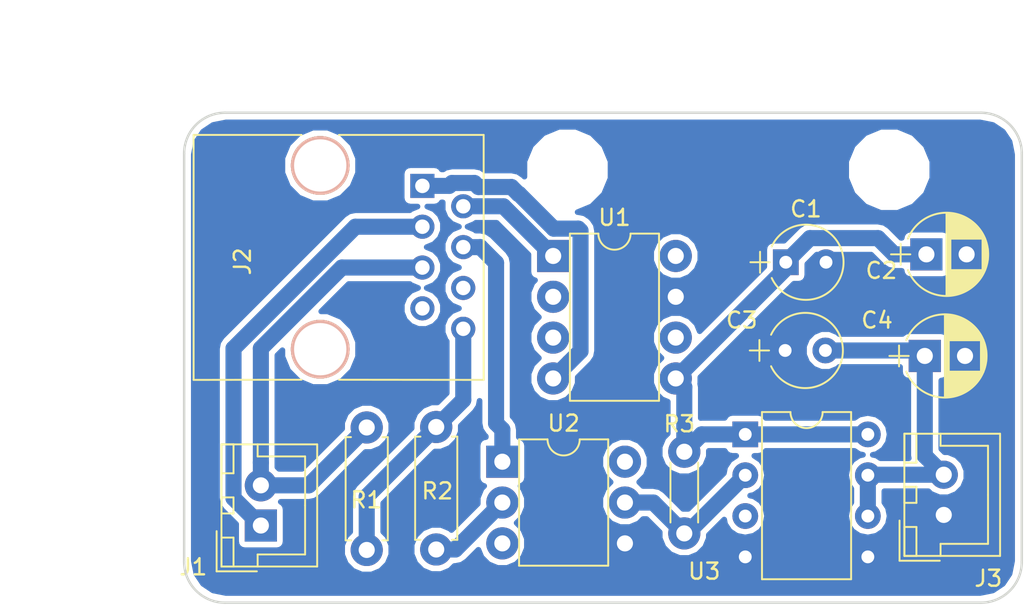
<source format=kicad_pcb>
(kicad_pcb (version 4) (host pcbnew 4.0.6)

  (general
    (links 28)
    (no_connects 0)
    (area 110.002857 82.365 163.285 116.185)
    (thickness 1.6)
    (drawings 10)
    (tracks 58)
    (zones 0)
    (modules 15)
    (nets 17)
  )

  (page A4)
  (layers
    (0 F.Cu signal)
    (31 B.Cu signal)
    (32 B.Adhes user hide)
    (33 F.Adhes user hide)
    (34 B.Paste user hide)
    (35 F.Paste user hide)
    (36 B.SilkS user hide)
    (37 F.SilkS user)
    (38 B.Mask user)
    (39 F.Mask user hide)
    (40 Dwgs.User user)
    (41 Cmts.User user hide)
    (42 Eco1.User user hide)
    (43 Eco2.User user hide)
    (44 Edge.Cuts user)
    (45 Margin user hide)
    (46 B.CrtYd user hide)
    (47 F.CrtYd user)
    (48 B.Fab user hide)
    (49 F.Fab user hide)
  )

  (setup
    (last_trace_width 1)
    (trace_clearance 0.2)
    (zone_clearance 0.35)
    (zone_45_only no)
    (trace_min 0.2)
    (segment_width 0.2)
    (edge_width 0.15)
    (via_size 1.5)
    (via_drill 0.8)
    (via_min_size 0.4)
    (via_min_drill 0.3)
    (uvia_size 0.3)
    (uvia_drill 0.1)
    (uvias_allowed no)
    (uvia_min_size 0.2)
    (uvia_min_drill 0.1)
    (pcb_text_width 0.3)
    (pcb_text_size 1.5 1.5)
    (mod_edge_width 0.15)
    (mod_text_size 1 1)
    (mod_text_width 0.15)
    (pad_size 4.2 4.2)
    (pad_drill 4.2)
    (pad_to_mask_clearance 0.2)
    (aux_axis_origin 109.22 116.84)
    (visible_elements 7FFEFFFF)
    (pcbplotparams
      (layerselection 0x01060_80000000)
      (usegerberextensions false)
      (excludeedgelayer true)
      (linewidth 0.100000)
      (plotframeref false)
      (viasonmask false)
      (mode 1)
      (useauxorigin true)
      (hpglpennumber 1)
      (hpglpenspeed 20)
      (hpglpendiameter 15)
      (hpglpenoverlay 2)
      (psnegative false)
      (psa4output false)
      (plotreference true)
      (plotvalue true)
      (plotinvisibletext false)
      (padsonsilk false)
      (subtractmaskfromsilk false)
      (outputformat 1)
      (mirror false)
      (drillshape 0)
      (scaleselection 1)
      (outputdirectory GRB/))
  )

  (net 0 "")
  (net 1 GND_ISO)
  (net 2 ARD_GND)
  (net 3 DC_IN)
  (net 4 DC_ISO)
  (net 5 ARD_5V)
  (net 6 ARD_TEMP)
  (net 7 ARD_PWM)
  (net 8 ARD_SRC_V)
  (net 9 "Net-(R2-Pad2)")
  (net 10 DC_GND)
  (net 11 "Net-(U2-Pad3)")
  (net 12 "Net-(U2-Pad6)")
  (net 13 DRV_GATE)
  (net 14 DRV_SIG)
  (net 15 "Net-(U3-Pad3)")
  (net 16 "Net-(J2-Pad7)")

  (net_class Default "This is the default net class."
    (clearance 0.2)
    (trace_width 1)
    (via_dia 1.5)
    (via_drill 0.8)
    (uvia_dia 0.3)
    (uvia_drill 0.1)
    (add_net ARD_5V)
    (add_net ARD_GND)
    (add_net ARD_PWM)
    (add_net ARD_SRC_V)
    (add_net ARD_TEMP)
    (add_net DC_GND)
    (add_net DC_IN)
    (add_net DC_ISO)
    (add_net DRV_GATE)
    (add_net DRV_SIG)
    (add_net GND_ISO)
    (add_net "Net-(J2-Pad7)")
    (add_net "Net-(R2-Pad2)")
    (add_net "Net-(U2-Pad3)")
    (add_net "Net-(U2-Pad6)")
    (add_net "Net-(U3-Pad3)")
  )

  (module Connectors_JST:JST_XH_B02B-XH-A_02x2.50mm_Straight (layer F.Cu) (tedit 59514246) (tstamp 594A6BE3)
    (at 157.71 110.11 90)
    (descr "JST XH series connector, B02B-XH-A, top entry type, through hole")
    (tags "connector jst xh tht top vertical 2.50mm")
    (path /594A5A11)
    (fp_text reference J3 (at -3.95 2.77 180) (layer F.SilkS)
      (effects (font (size 1 1) (thickness 0.15)))
    )
    (fp_text value CONN_01X02 (at 1.25 4.5 90) (layer F.Fab)
      (effects (font (size 1 1) (thickness 0.15)))
    )
    (fp_line (start -2.45 -2.35) (end -2.45 3.4) (layer F.Fab) (width 0.1))
    (fp_line (start -2.45 3.4) (end 4.95 3.4) (layer F.Fab) (width 0.1))
    (fp_line (start 4.95 3.4) (end 4.95 -2.35) (layer F.Fab) (width 0.1))
    (fp_line (start 4.95 -2.35) (end -2.45 -2.35) (layer F.Fab) (width 0.1))
    (fp_line (start -2.95 -2.85) (end -2.95 3.9) (layer F.CrtYd) (width 0.05))
    (fp_line (start -2.95 3.9) (end 5.45 3.9) (layer F.CrtYd) (width 0.05))
    (fp_line (start 5.45 3.9) (end 5.45 -2.85) (layer F.CrtYd) (width 0.05))
    (fp_line (start 5.45 -2.85) (end -2.95 -2.85) (layer F.CrtYd) (width 0.05))
    (fp_line (start -2.55 -2.45) (end -2.55 3.5) (layer F.SilkS) (width 0.12))
    (fp_line (start -2.55 3.5) (end 5.05 3.5) (layer F.SilkS) (width 0.12))
    (fp_line (start 5.05 3.5) (end 5.05 -2.45) (layer F.SilkS) (width 0.12))
    (fp_line (start 5.05 -2.45) (end -2.55 -2.45) (layer F.SilkS) (width 0.12))
    (fp_line (start 0.75 -2.45) (end 0.75 -1.7) (layer F.SilkS) (width 0.12))
    (fp_line (start 0.75 -1.7) (end 1.75 -1.7) (layer F.SilkS) (width 0.12))
    (fp_line (start 1.75 -1.7) (end 1.75 -2.45) (layer F.SilkS) (width 0.12))
    (fp_line (start 1.75 -2.45) (end 0.75 -2.45) (layer F.SilkS) (width 0.12))
    (fp_line (start -2.55 -2.45) (end -2.55 -1.7) (layer F.SilkS) (width 0.12))
    (fp_line (start -2.55 -1.7) (end -0.75 -1.7) (layer F.SilkS) (width 0.12))
    (fp_line (start -0.75 -1.7) (end -0.75 -2.45) (layer F.SilkS) (width 0.12))
    (fp_line (start -0.75 -2.45) (end -2.55 -2.45) (layer F.SilkS) (width 0.12))
    (fp_line (start 3.25 -2.45) (end 3.25 -1.7) (layer F.SilkS) (width 0.12))
    (fp_line (start 3.25 -1.7) (end 5.05 -1.7) (layer F.SilkS) (width 0.12))
    (fp_line (start 5.05 -1.7) (end 5.05 -2.45) (layer F.SilkS) (width 0.12))
    (fp_line (start 5.05 -2.45) (end 3.25 -2.45) (layer F.SilkS) (width 0.12))
    (fp_line (start -2.55 -0.2) (end -1.8 -0.2) (layer F.SilkS) (width 0.12))
    (fp_line (start -1.8 -0.2) (end -1.8 2.75) (layer F.SilkS) (width 0.12))
    (fp_line (start -1.8 2.75) (end 1.25 2.75) (layer F.SilkS) (width 0.12))
    (fp_line (start 5.05 -0.2) (end 4.3 -0.2) (layer F.SilkS) (width 0.12))
    (fp_line (start 4.3 -0.2) (end 4.3 2.75) (layer F.SilkS) (width 0.12))
    (fp_line (start 4.3 2.75) (end 1.25 2.75) (layer F.SilkS) (width 0.12))
    (fp_line (start -0.35 -2.75) (end -2.85 -2.75) (layer F.SilkS) (width 0.12))
    (fp_line (start -2.85 -2.75) (end -2.85 -0.25) (layer F.SilkS) (width 0.12))
    (fp_line (start -0.35 -2.75) (end -2.85 -2.75) (layer F.Fab) (width 0.1))
    (fp_line (start -2.85 -2.75) (end -2.85 -0.25) (layer F.Fab) (width 0.1))
    (fp_text user %R (at 1.25 2.5 90) (layer F.Fab)
      (effects (font (size 1 1) (thickness 0.15)))
    )
    (pad 1 thru_hole rect (at 0 0 90) (size 1.75 1.75) (drill 1) (layers *.Cu *.Mask)
      (net 1 GND_ISO))
    (pad 2 thru_hole circle (at 2.5 0 90) (size 1.75 1.75) (drill 1) (layers *.Cu *.Mask)
      (net 13 DRV_GATE))
    (model Connectors_JST.3dshapes/JST_XH_B02B-XH-A_02x2.50mm_Straight.wrl
      (at (xyz 0 0 0))
      (scale (xyz 1 1 1))
      (rotate (xyz 0 0 0))
    )
  )

  (module Housings_DIP:DIP-8_W7.62mm (layer F.Cu) (tedit 5946D525) (tstamp 593FC421)
    (at 133.43 94)
    (descr "8-lead dip package, row spacing 7.62 mm (300 mils)")
    (tags "DIL DIP PDIP 2.54mm 7.62mm 300mil")
    (path /592EC206)
    (fp_text reference U1 (at 3.81 -2.39) (layer F.SilkS)
      (effects (font (size 1 1) (thickness 0.15)))
    )
    (fp_text value NME1212DC (at 3.81 10.01) (layer F.Fab)
      (effects (font (size 1 1) (thickness 0.15)))
    )
    (fp_text user %R (at 3.81 3.81) (layer F.Fab)
      (effects (font (size 1 1) (thickness 0.15)))
    )
    (fp_line (start 1.635 -1.27) (end 6.985 -1.27) (layer F.Fab) (width 0.1))
    (fp_line (start 6.985 -1.27) (end 6.985 8.89) (layer F.Fab) (width 0.1))
    (fp_line (start 6.985 8.89) (end 0.635 8.89) (layer F.Fab) (width 0.1))
    (fp_line (start 0.635 8.89) (end 0.635 -0.27) (layer F.Fab) (width 0.1))
    (fp_line (start 0.635 -0.27) (end 1.635 -1.27) (layer F.Fab) (width 0.1))
    (fp_line (start 2.81 -1.39) (end 1.04 -1.39) (layer F.SilkS) (width 0.12))
    (fp_line (start 1.04 -1.39) (end 1.04 9.01) (layer F.SilkS) (width 0.12))
    (fp_line (start 1.04 9.01) (end 6.58 9.01) (layer F.SilkS) (width 0.12))
    (fp_line (start 6.58 9.01) (end 6.58 -1.39) (layer F.SilkS) (width 0.12))
    (fp_line (start 6.58 -1.39) (end 4.81 -1.39) (layer F.SilkS) (width 0.12))
    (fp_line (start -1.1 -1.6) (end -1.1 9.2) (layer F.CrtYd) (width 0.05))
    (fp_line (start -1.1 9.2) (end 8.7 9.2) (layer F.CrtYd) (width 0.05))
    (fp_line (start 8.7 9.2) (end 8.7 -1.6) (layer F.CrtYd) (width 0.05))
    (fp_line (start 8.7 -1.6) (end -1.1 -1.6) (layer F.CrtYd) (width 0.05))
    (fp_arc (start 3.81 -1.39) (end 2.81 -1.39) (angle -180) (layer F.SilkS) (width 0.12))
    (pad 1 thru_hole rect (at 0 0) (size 2 2) (drill 1) (layers *.Cu *.Mask)
      (net 10 DC_GND))
    (pad 5 thru_hole circle (at 7.62 7.62) (size 2 2) (drill 1) (layers *.Cu *.Mask)
      (net 4 DC_ISO))
    (pad 2 thru_hole circle (at 0 2.54) (size 2 2) (drill 1) (layers *.Cu *.Mask))
    (pad 6 thru_hole circle (at 7.62 5.08) (size 2 2) (drill 1) (layers *.Cu *.Mask))
    (pad 3 thru_hole circle (at 0 5.08) (size 2 2) (drill 1) (layers *.Cu *.Mask))
    (pad 7 thru_hole circle (at 7.62 2.54) (size 2 2) (drill 1) (layers *.Cu *.Mask)
      (net 1 GND_ISO))
    (pad 4 thru_hole circle (at 0 7.62) (size 2 2) (drill 1) (layers *.Cu *.Mask)
      (net 3 DC_IN))
    (pad 8 thru_hole circle (at 7.62 0) (size 2 2) (drill 1) (layers *.Cu *.Mask))
    (model ${KISYS3DMOD}/Housings_DIP.3dshapes/DIP-8_W7.62mm.wrl
      (at (xyz 0 0 0))
      (scale (xyz 1 1 1))
      (rotate (xyz 0 0 0))
    )
  )

  (module Resistors_THT:R_Axial_DIN0204_L3.6mm_D1.6mm_P5.08mm_Horizontal (layer F.Cu) (tedit 5946D707) (tstamp 593FC415)
    (at 141.58 106.18 270)
    (descr "Resistor, Axial_DIN0204 series, Axial, Horizontal, pin pitch=5.08mm, 0.16666666666666666W = 1/6W, length*diameter=3.6*1.6mm^2, http://cdn-reichelt.de/documents/datenblatt/B400/1_4W%23YAG.pdf")
    (tags "Resistor Axial_DIN0204 series Axial Horizontal pin pitch 5.08mm 0.16666666666666666W = 1/6W length 3.6mm diameter 1.6mm")
    (path /592ED01B)
    (fp_text reference R3 (at -1.73 0.31 360) (layer F.SilkS)
      (effects (font (size 1 1) (thickness 0.15)))
    )
    (fp_text value 1K5 (at 2.54 1.86 270) (layer F.Fab)
      (effects (font (size 1 1) (thickness 0.15)))
    )
    (fp_line (start 0.74 -0.8) (end 0.74 0.8) (layer F.Fab) (width 0.1))
    (fp_line (start 0.74 0.8) (end 4.34 0.8) (layer F.Fab) (width 0.1))
    (fp_line (start 4.34 0.8) (end 4.34 -0.8) (layer F.Fab) (width 0.1))
    (fp_line (start 4.34 -0.8) (end 0.74 -0.8) (layer F.Fab) (width 0.1))
    (fp_line (start 0 0) (end 0.74 0) (layer F.Fab) (width 0.1))
    (fp_line (start 5.08 0) (end 4.34 0) (layer F.Fab) (width 0.1))
    (fp_line (start 0.68 -0.86) (end 4.4 -0.86) (layer F.SilkS) (width 0.12))
    (fp_line (start 0.68 0.86) (end 4.4 0.86) (layer F.SilkS) (width 0.12))
    (fp_line (start -0.95 -1.15) (end -0.95 1.15) (layer F.CrtYd) (width 0.05))
    (fp_line (start -0.95 1.15) (end 6.05 1.15) (layer F.CrtYd) (width 0.05))
    (fp_line (start 6.05 1.15) (end 6.05 -1.15) (layer F.CrtYd) (width 0.05))
    (fp_line (start 6.05 -1.15) (end -0.95 -1.15) (layer F.CrtYd) (width 0.05))
    (pad 1 thru_hole circle (at 0 0 270) (size 2 2) (drill 1) (layers *.Cu *.Mask)
      (net 4 DC_ISO))
    (pad 2 thru_hole circle (at 5.08 0 270) (size 2 2) (drill 1) (layers *.Cu *.Mask)
      (net 14 DRV_SIG))
    (model Resistors_THT.3dshapes/R_Axial_DIN0204_L3.6mm_D1.6mm_P5.08mm_Horizontal.wrl
      (at (xyz 0 0 0))
      (scale (xyz 0.393701 0.393701 0.393701))
      (rotate (xyz 0 0 0))
    )
  )

  (module RJ45 (layer F.Cu) (tedit 59511D7C) (tstamp 595121BF)
    (at 125.3 89.64 270)
    (tags RJ45)
    (path /595274F5)
    (fp_text reference J2 (at 4.7 11.18 270) (layer F.SilkS)
      (effects (font (size 1 1) (thickness 0.15)))
    )
    (fp_text value RJ45 (at 4.59 6.25 270) (layer F.Fab)
      (effects (font (size 1 1) (thickness 0.15)))
    )
    (fp_line (start -3.17 14.22) (end 12.07 14.22) (layer F.SilkS) (width 0.12))
    (fp_line (start 12.07 -3.81) (end 12.06 5.18) (layer F.SilkS) (width 0.12))
    (fp_line (start 12.07 -3.81) (end -3.17 -3.81) (layer F.SilkS) (width 0.12))
    (fp_line (start -3.17 -3.81) (end -3.17 5.19) (layer F.SilkS) (width 0.12))
    (fp_line (start 12.06 7.52) (end 12.07 14.22) (layer F.SilkS) (width 0.12))
    (fp_line (start -3.17 7.51) (end -3.17 14.22) (layer F.SilkS) (width 0.12))
    (fp_line (start -3.56 -4.06) (end 12.46 -4.06) (layer F.CrtYd) (width 0.05))
    (fp_line (start -3.56 -4.06) (end -3.56 14.47) (layer F.CrtYd) (width 0.05))
    (fp_line (start 12.46 14.47) (end 12.46 -4.06) (layer F.CrtYd) (width 0.05))
    (fp_line (start 12.46 14.47) (end -3.56 14.47) (layer F.CrtYd) (width 0.05))
    (pad "" np_thru_hole circle (at 10.16 6.35 270) (size 3.65 3.65) (drill 3.25) (layers *.Cu *.SilkS *.Mask))
    (pad "" np_thru_hole circle (at -1.27 6.35 270) (size 3.65 3.65) (drill 3.25) (layers *.Cu *.SilkS *.Mask))
    (pad 1 thru_hole rect (at 0 0 270) (size 1.5 1.5) (drill 0.9) (layers *.Cu *.Mask)
      (net 3 DC_IN))
    (pad 2 thru_hole circle (at 1.27 -2.54 270) (size 1.5 1.5) (drill 0.9) (layers *.Cu *.Mask)
      (net 10 DC_GND))
    (pad 3 thru_hole circle (at 2.54 0 270) (size 1.5 1.5) (drill 0.9) (layers *.Cu *.Mask)
      (net 5 ARD_5V))
    (pad 4 thru_hole circle (at 3.81 -2.54 270) (size 1.5 1.5) (drill 0.9) (layers *.Cu *.Mask)
      (net 7 ARD_PWM))
    (pad 5 thru_hole circle (at 5.08 0 270) (size 1.5 1.5) (drill 0.9) (layers *.Cu *.Mask)
      (net 6 ARD_TEMP))
    (pad 6 thru_hole circle (at 6.35 -2.54 270) (size 1.5 1.5) (drill 0.9) (layers *.Cu *.Mask)
      (net 8 ARD_SRC_V))
    (pad 7 thru_hole circle (at 7.62 0 270) (size 1.5 1.5) (drill 0.9) (layers *.Cu *.Mask)
      (net 16 "Net-(J2-Pad7)"))
    (pad 8 thru_hole circle (at 8.89 -2.54 270) (size 1.5 1.5) (drill 0.9) (layers *.Cu *.Mask)
      (net 2 ARD_GND))
    (model ../../../../../../Development/multilevelinverter/Hardware/3D/RJ45.wrl
      (at (xyz 0.175 -0.667 0.3))
      (scale (xyz 10 10 10))
      (rotate (xyz 270 0 0))
    )
  )

  (module Resistors_THT:R_Axial_DIN0207_L6.3mm_D2.5mm_P7.62mm_Horizontal (layer F.Cu) (tedit 594A6A3B) (tstamp 593FC409)
    (at 121.84 104.67 270)
    (descr "Resistor, Axial_DIN0207 series, Axial, Horizontal, pin pitch=7.62mm, 0.25W = 1/4W, length*diameter=6.3*2.5mm^2, http://cdn-reichelt.de/documents/datenblatt/B400/1_4W%23YAG.pdf")
    (tags "Resistor Axial_DIN0207 series Axial Horizontal pin pitch 7.62mm 0.25W = 1/4W length 6.3mm diameter 2.5mm")
    (path /593FD687)
    (fp_text reference R1 (at 4.51 0.03 360) (layer F.SilkS)
      (effects (font (size 1 1) (thickness 0.15)))
    )
    (fp_text value 100 (at 3.81 2.31 270) (layer F.Fab)
      (effects (font (size 1 1) (thickness 0.15)))
    )
    (fp_line (start 0.66 -1.25) (end 0.66 1.25) (layer F.Fab) (width 0.1))
    (fp_line (start 0.66 1.25) (end 6.96 1.25) (layer F.Fab) (width 0.1))
    (fp_line (start 6.96 1.25) (end 6.96 -1.25) (layer F.Fab) (width 0.1))
    (fp_line (start 6.96 -1.25) (end 0.66 -1.25) (layer F.Fab) (width 0.1))
    (fp_line (start 0 0) (end 0.66 0) (layer F.Fab) (width 0.1))
    (fp_line (start 7.62 0) (end 6.96 0) (layer F.Fab) (width 0.1))
    (fp_line (start 0.6 -0.98) (end 0.6 -1.31) (layer F.SilkS) (width 0.12))
    (fp_line (start 0.6 -1.31) (end 7.02 -1.31) (layer F.SilkS) (width 0.12))
    (fp_line (start 7.02 -1.31) (end 7.02 -0.98) (layer F.SilkS) (width 0.12))
    (fp_line (start 0.6 0.98) (end 0.6 1.31) (layer F.SilkS) (width 0.12))
    (fp_line (start 0.6 1.31) (end 7.02 1.31) (layer F.SilkS) (width 0.12))
    (fp_line (start 7.02 1.31) (end 7.02 0.98) (layer F.SilkS) (width 0.12))
    (fp_line (start -1.05 -1.6) (end -1.05 1.6) (layer F.CrtYd) (width 0.05))
    (fp_line (start -1.05 1.6) (end 8.7 1.6) (layer F.CrtYd) (width 0.05))
    (fp_line (start 8.7 1.6) (end 8.7 -1.6) (layer F.CrtYd) (width 0.05))
    (fp_line (start 8.7 -1.6) (end -1.05 -1.6) (layer F.CrtYd) (width 0.05))
    (pad 1 thru_hole circle (at 0 0 270) (size 2 2) (drill 1) (layers *.Cu *.Mask)
      (net 6 ARD_TEMP))
    (pad 2 thru_hole circle (at 7.62 0 270) (size 2 2) (drill 1) (layers *.Cu *.Mask)
      (net 2 ARD_GND))
    (model Resistors_THT.3dshapes/R_Axial_DIN0207_L6.3mm_D2.5mm_P7.62mm_Horizontal.wrl
      (at (xyz 0 0 0))
      (scale (xyz 0.393701 0.393701 0.393701))
      (rotate (xyz 0 0 0))
    )
  )

  (module Capacitors_THT:CP_Radial_D5.0mm_P2.50mm (layer F.Cu) (tedit 5946E255) (tstamp 593FC3BE)
    (at 156.63 93.9)
    (descr "CP, Radial series, Radial, pin pitch=2.50mm, , diameter=5mm, Electrolytic Capacitor")
    (tags "CP Radial series Radial pin pitch 2.50mm  diameter 5mm Electrolytic Capacitor")
    (path /592ACBF5)
    (fp_text reference C2 (at -2.8 1.01) (layer F.SilkS)
      (effects (font (size 1 1) (thickness 0.15)))
    )
    (fp_text value 100nF (at 1.25 3.56) (layer F.Fab)
      (effects (font (size 1 1) (thickness 0.15)))
    )
    (fp_text user %R (at 0.775 0) (layer F.Fab)
      (effects (font (size 1 1) (thickness 0.15)))
    )
    (fp_line (start -2.2 0) (end -1 0) (layer F.Fab) (width 0.1))
    (fp_line (start -1.6 -0.65) (end -1.6 0.65) (layer F.Fab) (width 0.1))
    (fp_line (start 1.25 -2.55) (end 1.25 2.55) (layer F.SilkS) (width 0.12))
    (fp_line (start 1.29 -2.55) (end 1.29 2.55) (layer F.SilkS) (width 0.12))
    (fp_line (start 1.33 -2.549) (end 1.33 2.549) (layer F.SilkS) (width 0.12))
    (fp_line (start 1.37 -2.548) (end 1.37 2.548) (layer F.SilkS) (width 0.12))
    (fp_line (start 1.41 -2.546) (end 1.41 2.546) (layer F.SilkS) (width 0.12))
    (fp_line (start 1.45 -2.543) (end 1.45 2.543) (layer F.SilkS) (width 0.12))
    (fp_line (start 1.49 -2.539) (end 1.49 2.539) (layer F.SilkS) (width 0.12))
    (fp_line (start 1.53 -2.535) (end 1.53 -0.98) (layer F.SilkS) (width 0.12))
    (fp_line (start 1.53 0.98) (end 1.53 2.535) (layer F.SilkS) (width 0.12))
    (fp_line (start 1.57 -2.531) (end 1.57 -0.98) (layer F.SilkS) (width 0.12))
    (fp_line (start 1.57 0.98) (end 1.57 2.531) (layer F.SilkS) (width 0.12))
    (fp_line (start 1.61 -2.525) (end 1.61 -0.98) (layer F.SilkS) (width 0.12))
    (fp_line (start 1.61 0.98) (end 1.61 2.525) (layer F.SilkS) (width 0.12))
    (fp_line (start 1.65 -2.519) (end 1.65 -0.98) (layer F.SilkS) (width 0.12))
    (fp_line (start 1.65 0.98) (end 1.65 2.519) (layer F.SilkS) (width 0.12))
    (fp_line (start 1.69 -2.513) (end 1.69 -0.98) (layer F.SilkS) (width 0.12))
    (fp_line (start 1.69 0.98) (end 1.69 2.513) (layer F.SilkS) (width 0.12))
    (fp_line (start 1.73 -2.506) (end 1.73 -0.98) (layer F.SilkS) (width 0.12))
    (fp_line (start 1.73 0.98) (end 1.73 2.506) (layer F.SilkS) (width 0.12))
    (fp_line (start 1.77 -2.498) (end 1.77 -0.98) (layer F.SilkS) (width 0.12))
    (fp_line (start 1.77 0.98) (end 1.77 2.498) (layer F.SilkS) (width 0.12))
    (fp_line (start 1.81 -2.489) (end 1.81 -0.98) (layer F.SilkS) (width 0.12))
    (fp_line (start 1.81 0.98) (end 1.81 2.489) (layer F.SilkS) (width 0.12))
    (fp_line (start 1.85 -2.48) (end 1.85 -0.98) (layer F.SilkS) (width 0.12))
    (fp_line (start 1.85 0.98) (end 1.85 2.48) (layer F.SilkS) (width 0.12))
    (fp_line (start 1.89 -2.47) (end 1.89 -0.98) (layer F.SilkS) (width 0.12))
    (fp_line (start 1.89 0.98) (end 1.89 2.47) (layer F.SilkS) (width 0.12))
    (fp_line (start 1.93 -2.46) (end 1.93 -0.98) (layer F.SilkS) (width 0.12))
    (fp_line (start 1.93 0.98) (end 1.93 2.46) (layer F.SilkS) (width 0.12))
    (fp_line (start 1.971 -2.448) (end 1.971 -0.98) (layer F.SilkS) (width 0.12))
    (fp_line (start 1.971 0.98) (end 1.971 2.448) (layer F.SilkS) (width 0.12))
    (fp_line (start 2.011 -2.436) (end 2.011 -0.98) (layer F.SilkS) (width 0.12))
    (fp_line (start 2.011 0.98) (end 2.011 2.436) (layer F.SilkS) (width 0.12))
    (fp_line (start 2.051 -2.424) (end 2.051 -0.98) (layer F.SilkS) (width 0.12))
    (fp_line (start 2.051 0.98) (end 2.051 2.424) (layer F.SilkS) (width 0.12))
    (fp_line (start 2.091 -2.41) (end 2.091 -0.98) (layer F.SilkS) (width 0.12))
    (fp_line (start 2.091 0.98) (end 2.091 2.41) (layer F.SilkS) (width 0.12))
    (fp_line (start 2.131 -2.396) (end 2.131 -0.98) (layer F.SilkS) (width 0.12))
    (fp_line (start 2.131 0.98) (end 2.131 2.396) (layer F.SilkS) (width 0.12))
    (fp_line (start 2.171 -2.382) (end 2.171 -0.98) (layer F.SilkS) (width 0.12))
    (fp_line (start 2.171 0.98) (end 2.171 2.382) (layer F.SilkS) (width 0.12))
    (fp_line (start 2.211 -2.366) (end 2.211 -0.98) (layer F.SilkS) (width 0.12))
    (fp_line (start 2.211 0.98) (end 2.211 2.366) (layer F.SilkS) (width 0.12))
    (fp_line (start 2.251 -2.35) (end 2.251 -0.98) (layer F.SilkS) (width 0.12))
    (fp_line (start 2.251 0.98) (end 2.251 2.35) (layer F.SilkS) (width 0.12))
    (fp_line (start 2.291 -2.333) (end 2.291 -0.98) (layer F.SilkS) (width 0.12))
    (fp_line (start 2.291 0.98) (end 2.291 2.333) (layer F.SilkS) (width 0.12))
    (fp_line (start 2.331 -2.315) (end 2.331 -0.98) (layer F.SilkS) (width 0.12))
    (fp_line (start 2.331 0.98) (end 2.331 2.315) (layer F.SilkS) (width 0.12))
    (fp_line (start 2.371 -2.296) (end 2.371 -0.98) (layer F.SilkS) (width 0.12))
    (fp_line (start 2.371 0.98) (end 2.371 2.296) (layer F.SilkS) (width 0.12))
    (fp_line (start 2.411 -2.276) (end 2.411 -0.98) (layer F.SilkS) (width 0.12))
    (fp_line (start 2.411 0.98) (end 2.411 2.276) (layer F.SilkS) (width 0.12))
    (fp_line (start 2.451 -2.256) (end 2.451 -0.98) (layer F.SilkS) (width 0.12))
    (fp_line (start 2.451 0.98) (end 2.451 2.256) (layer F.SilkS) (width 0.12))
    (fp_line (start 2.491 -2.234) (end 2.491 -0.98) (layer F.SilkS) (width 0.12))
    (fp_line (start 2.491 0.98) (end 2.491 2.234) (layer F.SilkS) (width 0.12))
    (fp_line (start 2.531 -2.212) (end 2.531 -0.98) (layer F.SilkS) (width 0.12))
    (fp_line (start 2.531 0.98) (end 2.531 2.212) (layer F.SilkS) (width 0.12))
    (fp_line (start 2.571 -2.189) (end 2.571 -0.98) (layer F.SilkS) (width 0.12))
    (fp_line (start 2.571 0.98) (end 2.571 2.189) (layer F.SilkS) (width 0.12))
    (fp_line (start 2.611 -2.165) (end 2.611 -0.98) (layer F.SilkS) (width 0.12))
    (fp_line (start 2.611 0.98) (end 2.611 2.165) (layer F.SilkS) (width 0.12))
    (fp_line (start 2.651 -2.14) (end 2.651 -0.98) (layer F.SilkS) (width 0.12))
    (fp_line (start 2.651 0.98) (end 2.651 2.14) (layer F.SilkS) (width 0.12))
    (fp_line (start 2.691 -2.113) (end 2.691 -0.98) (layer F.SilkS) (width 0.12))
    (fp_line (start 2.691 0.98) (end 2.691 2.113) (layer F.SilkS) (width 0.12))
    (fp_line (start 2.731 -2.086) (end 2.731 -0.98) (layer F.SilkS) (width 0.12))
    (fp_line (start 2.731 0.98) (end 2.731 2.086) (layer F.SilkS) (width 0.12))
    (fp_line (start 2.771 -2.058) (end 2.771 -0.98) (layer F.SilkS) (width 0.12))
    (fp_line (start 2.771 0.98) (end 2.771 2.058) (layer F.SilkS) (width 0.12))
    (fp_line (start 2.811 -2.028) (end 2.811 -0.98) (layer F.SilkS) (width 0.12))
    (fp_line (start 2.811 0.98) (end 2.811 2.028) (layer F.SilkS) (width 0.12))
    (fp_line (start 2.851 -1.997) (end 2.851 -0.98) (layer F.SilkS) (width 0.12))
    (fp_line (start 2.851 0.98) (end 2.851 1.997) (layer F.SilkS) (width 0.12))
    (fp_line (start 2.891 -1.965) (end 2.891 -0.98) (layer F.SilkS) (width 0.12))
    (fp_line (start 2.891 0.98) (end 2.891 1.965) (layer F.SilkS) (width 0.12))
    (fp_line (start 2.931 -1.932) (end 2.931 -0.98) (layer F.SilkS) (width 0.12))
    (fp_line (start 2.931 0.98) (end 2.931 1.932) (layer F.SilkS) (width 0.12))
    (fp_line (start 2.971 -1.897) (end 2.971 -0.98) (layer F.SilkS) (width 0.12))
    (fp_line (start 2.971 0.98) (end 2.971 1.897) (layer F.SilkS) (width 0.12))
    (fp_line (start 3.011 -1.861) (end 3.011 -0.98) (layer F.SilkS) (width 0.12))
    (fp_line (start 3.011 0.98) (end 3.011 1.861) (layer F.SilkS) (width 0.12))
    (fp_line (start 3.051 -1.823) (end 3.051 -0.98) (layer F.SilkS) (width 0.12))
    (fp_line (start 3.051 0.98) (end 3.051 1.823) (layer F.SilkS) (width 0.12))
    (fp_line (start 3.091 -1.783) (end 3.091 -0.98) (layer F.SilkS) (width 0.12))
    (fp_line (start 3.091 0.98) (end 3.091 1.783) (layer F.SilkS) (width 0.12))
    (fp_line (start 3.131 -1.742) (end 3.131 -0.98) (layer F.SilkS) (width 0.12))
    (fp_line (start 3.131 0.98) (end 3.131 1.742) (layer F.SilkS) (width 0.12))
    (fp_line (start 3.171 -1.699) (end 3.171 -0.98) (layer F.SilkS) (width 0.12))
    (fp_line (start 3.171 0.98) (end 3.171 1.699) (layer F.SilkS) (width 0.12))
    (fp_line (start 3.211 -1.654) (end 3.211 -0.98) (layer F.SilkS) (width 0.12))
    (fp_line (start 3.211 0.98) (end 3.211 1.654) (layer F.SilkS) (width 0.12))
    (fp_line (start 3.251 -1.606) (end 3.251 -0.98) (layer F.SilkS) (width 0.12))
    (fp_line (start 3.251 0.98) (end 3.251 1.606) (layer F.SilkS) (width 0.12))
    (fp_line (start 3.291 -1.556) (end 3.291 -0.98) (layer F.SilkS) (width 0.12))
    (fp_line (start 3.291 0.98) (end 3.291 1.556) (layer F.SilkS) (width 0.12))
    (fp_line (start 3.331 -1.504) (end 3.331 -0.98) (layer F.SilkS) (width 0.12))
    (fp_line (start 3.331 0.98) (end 3.331 1.504) (layer F.SilkS) (width 0.12))
    (fp_line (start 3.371 -1.448) (end 3.371 -0.98) (layer F.SilkS) (width 0.12))
    (fp_line (start 3.371 0.98) (end 3.371 1.448) (layer F.SilkS) (width 0.12))
    (fp_line (start 3.411 -1.39) (end 3.411 -0.98) (layer F.SilkS) (width 0.12))
    (fp_line (start 3.411 0.98) (end 3.411 1.39) (layer F.SilkS) (width 0.12))
    (fp_line (start 3.451 -1.327) (end 3.451 -0.98) (layer F.SilkS) (width 0.12))
    (fp_line (start 3.451 0.98) (end 3.451 1.327) (layer F.SilkS) (width 0.12))
    (fp_line (start 3.491 -1.261) (end 3.491 1.261) (layer F.SilkS) (width 0.12))
    (fp_line (start 3.531 -1.189) (end 3.531 1.189) (layer F.SilkS) (width 0.12))
    (fp_line (start 3.571 -1.112) (end 3.571 1.112) (layer F.SilkS) (width 0.12))
    (fp_line (start 3.611 -1.028) (end 3.611 1.028) (layer F.SilkS) (width 0.12))
    (fp_line (start 3.651 -0.934) (end 3.651 0.934) (layer F.SilkS) (width 0.12))
    (fp_line (start 3.691 -0.829) (end 3.691 0.829) (layer F.SilkS) (width 0.12))
    (fp_line (start 3.731 -0.707) (end 3.731 0.707) (layer F.SilkS) (width 0.12))
    (fp_line (start 3.771 -0.559) (end 3.771 0.559) (layer F.SilkS) (width 0.12))
    (fp_line (start 3.811 -0.354) (end 3.811 0.354) (layer F.SilkS) (width 0.12))
    (fp_line (start -2.2 0) (end -1 0) (layer F.SilkS) (width 0.12))
    (fp_line (start -1.6 -0.65) (end -1.6 0.65) (layer F.SilkS) (width 0.12))
    (fp_line (start -1.6 -2.85) (end -1.6 2.85) (layer F.CrtYd) (width 0.05))
    (fp_line (start -1.6 2.85) (end 4.1 2.85) (layer F.CrtYd) (width 0.05))
    (fp_line (start 4.1 2.85) (end 4.1 -2.85) (layer F.CrtYd) (width 0.05))
    (fp_line (start 4.1 -2.85) (end -1.6 -2.85) (layer F.CrtYd) (width 0.05))
    (fp_circle (center 1.25 0) (end 3.75 0) (layer F.Fab) (width 0.1))
    (fp_arc (start 1.25 0) (end -1.147436 -0.98) (angle 135.5) (layer F.SilkS) (width 0.12))
    (fp_arc (start 1.25 0) (end -1.147436 0.98) (angle -135.5) (layer F.SilkS) (width 0.12))
    (fp_arc (start 1.25 0) (end 3.647436 -0.98) (angle 44.5) (layer F.SilkS) (width 0.12))
    (pad 1 thru_hole rect (at 0 0) (size 2 2) (drill 1) (layers *.Cu *.Mask)
      (net 4 DC_ISO))
    (pad 2 thru_hole circle (at 2.5 0) (size 2 2) (drill 1) (layers *.Cu *.Mask)
      (net 1 GND_ISO))
    (model ${KISYS3DMOD}/Capacitors_THT.3dshapes/CP_Radial_D5.0mm_P2.50mm.wrl
      (at (xyz 0 0 0))
      (scale (xyz 0.393701 0.393701 0.393701))
      (rotate (xyz 0 0 0))
    )
  )

  (module Capacitors_THT:CP_Radial_D5.0mm_P2.50mm (layer F.Cu) (tedit 594A6A0F) (tstamp 593FC3CA)
    (at 156.53 100.22)
    (descr "CP, Radial series, Radial, pin pitch=2.50mm, , diameter=5mm, Electrolytic Capacitor")
    (tags "CP Radial series Radial pin pitch 2.50mm  diameter 5mm Electrolytic Capacitor")
    (path /592ED18A)
    (fp_text reference C4 (at -2.97 -2.22) (layer F.SilkS)
      (effects (font (size 1 1) (thickness 0.15)))
    )
    (fp_text value 4.7uF (at 1.25 3.56) (layer F.Fab)
      (effects (font (size 1 1) (thickness 0.15)))
    )
    (fp_text user %R (at 0.775 0) (layer F.Fab)
      (effects (font (size 1 1) (thickness 0.15)))
    )
    (fp_line (start -2.2 0) (end -1 0) (layer F.Fab) (width 0.1))
    (fp_line (start -1.6 -0.65) (end -1.6 0.65) (layer F.Fab) (width 0.1))
    (fp_line (start 1.25 -2.55) (end 1.25 2.55) (layer F.SilkS) (width 0.12))
    (fp_line (start 1.29 -2.55) (end 1.29 2.55) (layer F.SilkS) (width 0.12))
    (fp_line (start 1.33 -2.549) (end 1.33 2.549) (layer F.SilkS) (width 0.12))
    (fp_line (start 1.37 -2.548) (end 1.37 2.548) (layer F.SilkS) (width 0.12))
    (fp_line (start 1.41 -2.546) (end 1.41 2.546) (layer F.SilkS) (width 0.12))
    (fp_line (start 1.45 -2.543) (end 1.45 2.543) (layer F.SilkS) (width 0.12))
    (fp_line (start 1.49 -2.539) (end 1.49 2.539) (layer F.SilkS) (width 0.12))
    (fp_line (start 1.53 -2.535) (end 1.53 -0.98) (layer F.SilkS) (width 0.12))
    (fp_line (start 1.53 0.98) (end 1.53 2.535) (layer F.SilkS) (width 0.12))
    (fp_line (start 1.57 -2.531) (end 1.57 -0.98) (layer F.SilkS) (width 0.12))
    (fp_line (start 1.57 0.98) (end 1.57 2.531) (layer F.SilkS) (width 0.12))
    (fp_line (start 1.61 -2.525) (end 1.61 -0.98) (layer F.SilkS) (width 0.12))
    (fp_line (start 1.61 0.98) (end 1.61 2.525) (layer F.SilkS) (width 0.12))
    (fp_line (start 1.65 -2.519) (end 1.65 -0.98) (layer F.SilkS) (width 0.12))
    (fp_line (start 1.65 0.98) (end 1.65 2.519) (layer F.SilkS) (width 0.12))
    (fp_line (start 1.69 -2.513) (end 1.69 -0.98) (layer F.SilkS) (width 0.12))
    (fp_line (start 1.69 0.98) (end 1.69 2.513) (layer F.SilkS) (width 0.12))
    (fp_line (start 1.73 -2.506) (end 1.73 -0.98) (layer F.SilkS) (width 0.12))
    (fp_line (start 1.73 0.98) (end 1.73 2.506) (layer F.SilkS) (width 0.12))
    (fp_line (start 1.77 -2.498) (end 1.77 -0.98) (layer F.SilkS) (width 0.12))
    (fp_line (start 1.77 0.98) (end 1.77 2.498) (layer F.SilkS) (width 0.12))
    (fp_line (start 1.81 -2.489) (end 1.81 -0.98) (layer F.SilkS) (width 0.12))
    (fp_line (start 1.81 0.98) (end 1.81 2.489) (layer F.SilkS) (width 0.12))
    (fp_line (start 1.85 -2.48) (end 1.85 -0.98) (layer F.SilkS) (width 0.12))
    (fp_line (start 1.85 0.98) (end 1.85 2.48) (layer F.SilkS) (width 0.12))
    (fp_line (start 1.89 -2.47) (end 1.89 -0.98) (layer F.SilkS) (width 0.12))
    (fp_line (start 1.89 0.98) (end 1.89 2.47) (layer F.SilkS) (width 0.12))
    (fp_line (start 1.93 -2.46) (end 1.93 -0.98) (layer F.SilkS) (width 0.12))
    (fp_line (start 1.93 0.98) (end 1.93 2.46) (layer F.SilkS) (width 0.12))
    (fp_line (start 1.971 -2.448) (end 1.971 -0.98) (layer F.SilkS) (width 0.12))
    (fp_line (start 1.971 0.98) (end 1.971 2.448) (layer F.SilkS) (width 0.12))
    (fp_line (start 2.011 -2.436) (end 2.011 -0.98) (layer F.SilkS) (width 0.12))
    (fp_line (start 2.011 0.98) (end 2.011 2.436) (layer F.SilkS) (width 0.12))
    (fp_line (start 2.051 -2.424) (end 2.051 -0.98) (layer F.SilkS) (width 0.12))
    (fp_line (start 2.051 0.98) (end 2.051 2.424) (layer F.SilkS) (width 0.12))
    (fp_line (start 2.091 -2.41) (end 2.091 -0.98) (layer F.SilkS) (width 0.12))
    (fp_line (start 2.091 0.98) (end 2.091 2.41) (layer F.SilkS) (width 0.12))
    (fp_line (start 2.131 -2.396) (end 2.131 -0.98) (layer F.SilkS) (width 0.12))
    (fp_line (start 2.131 0.98) (end 2.131 2.396) (layer F.SilkS) (width 0.12))
    (fp_line (start 2.171 -2.382) (end 2.171 -0.98) (layer F.SilkS) (width 0.12))
    (fp_line (start 2.171 0.98) (end 2.171 2.382) (layer F.SilkS) (width 0.12))
    (fp_line (start 2.211 -2.366) (end 2.211 -0.98) (layer F.SilkS) (width 0.12))
    (fp_line (start 2.211 0.98) (end 2.211 2.366) (layer F.SilkS) (width 0.12))
    (fp_line (start 2.251 -2.35) (end 2.251 -0.98) (layer F.SilkS) (width 0.12))
    (fp_line (start 2.251 0.98) (end 2.251 2.35) (layer F.SilkS) (width 0.12))
    (fp_line (start 2.291 -2.333) (end 2.291 -0.98) (layer F.SilkS) (width 0.12))
    (fp_line (start 2.291 0.98) (end 2.291 2.333) (layer F.SilkS) (width 0.12))
    (fp_line (start 2.331 -2.315) (end 2.331 -0.98) (layer F.SilkS) (width 0.12))
    (fp_line (start 2.331 0.98) (end 2.331 2.315) (layer F.SilkS) (width 0.12))
    (fp_line (start 2.371 -2.296) (end 2.371 -0.98) (layer F.SilkS) (width 0.12))
    (fp_line (start 2.371 0.98) (end 2.371 2.296) (layer F.SilkS) (width 0.12))
    (fp_line (start 2.411 -2.276) (end 2.411 -0.98) (layer F.SilkS) (width 0.12))
    (fp_line (start 2.411 0.98) (end 2.411 2.276) (layer F.SilkS) (width 0.12))
    (fp_line (start 2.451 -2.256) (end 2.451 -0.98) (layer F.SilkS) (width 0.12))
    (fp_line (start 2.451 0.98) (end 2.451 2.256) (layer F.SilkS) (width 0.12))
    (fp_line (start 2.491 -2.234) (end 2.491 -0.98) (layer F.SilkS) (width 0.12))
    (fp_line (start 2.491 0.98) (end 2.491 2.234) (layer F.SilkS) (width 0.12))
    (fp_line (start 2.531 -2.212) (end 2.531 -0.98) (layer F.SilkS) (width 0.12))
    (fp_line (start 2.531 0.98) (end 2.531 2.212) (layer F.SilkS) (width 0.12))
    (fp_line (start 2.571 -2.189) (end 2.571 -0.98) (layer F.SilkS) (width 0.12))
    (fp_line (start 2.571 0.98) (end 2.571 2.189) (layer F.SilkS) (width 0.12))
    (fp_line (start 2.611 -2.165) (end 2.611 -0.98) (layer F.SilkS) (width 0.12))
    (fp_line (start 2.611 0.98) (end 2.611 2.165) (layer F.SilkS) (width 0.12))
    (fp_line (start 2.651 -2.14) (end 2.651 -0.98) (layer F.SilkS) (width 0.12))
    (fp_line (start 2.651 0.98) (end 2.651 2.14) (layer F.SilkS) (width 0.12))
    (fp_line (start 2.691 -2.113) (end 2.691 -0.98) (layer F.SilkS) (width 0.12))
    (fp_line (start 2.691 0.98) (end 2.691 2.113) (layer F.SilkS) (width 0.12))
    (fp_line (start 2.731 -2.086) (end 2.731 -0.98) (layer F.SilkS) (width 0.12))
    (fp_line (start 2.731 0.98) (end 2.731 2.086) (layer F.SilkS) (width 0.12))
    (fp_line (start 2.771 -2.058) (end 2.771 -0.98) (layer F.SilkS) (width 0.12))
    (fp_line (start 2.771 0.98) (end 2.771 2.058) (layer F.SilkS) (width 0.12))
    (fp_line (start 2.811 -2.028) (end 2.811 -0.98) (layer F.SilkS) (width 0.12))
    (fp_line (start 2.811 0.98) (end 2.811 2.028) (layer F.SilkS) (width 0.12))
    (fp_line (start 2.851 -1.997) (end 2.851 -0.98) (layer F.SilkS) (width 0.12))
    (fp_line (start 2.851 0.98) (end 2.851 1.997) (layer F.SilkS) (width 0.12))
    (fp_line (start 2.891 -1.965) (end 2.891 -0.98) (layer F.SilkS) (width 0.12))
    (fp_line (start 2.891 0.98) (end 2.891 1.965) (layer F.SilkS) (width 0.12))
    (fp_line (start 2.931 -1.932) (end 2.931 -0.98) (layer F.SilkS) (width 0.12))
    (fp_line (start 2.931 0.98) (end 2.931 1.932) (layer F.SilkS) (width 0.12))
    (fp_line (start 2.971 -1.897) (end 2.971 -0.98) (layer F.SilkS) (width 0.12))
    (fp_line (start 2.971 0.98) (end 2.971 1.897) (layer F.SilkS) (width 0.12))
    (fp_line (start 3.011 -1.861) (end 3.011 -0.98) (layer F.SilkS) (width 0.12))
    (fp_line (start 3.011 0.98) (end 3.011 1.861) (layer F.SilkS) (width 0.12))
    (fp_line (start 3.051 -1.823) (end 3.051 -0.98) (layer F.SilkS) (width 0.12))
    (fp_line (start 3.051 0.98) (end 3.051 1.823) (layer F.SilkS) (width 0.12))
    (fp_line (start 3.091 -1.783) (end 3.091 -0.98) (layer F.SilkS) (width 0.12))
    (fp_line (start 3.091 0.98) (end 3.091 1.783) (layer F.SilkS) (width 0.12))
    (fp_line (start 3.131 -1.742) (end 3.131 -0.98) (layer F.SilkS) (width 0.12))
    (fp_line (start 3.131 0.98) (end 3.131 1.742) (layer F.SilkS) (width 0.12))
    (fp_line (start 3.171 -1.699) (end 3.171 -0.98) (layer F.SilkS) (width 0.12))
    (fp_line (start 3.171 0.98) (end 3.171 1.699) (layer F.SilkS) (width 0.12))
    (fp_line (start 3.211 -1.654) (end 3.211 -0.98) (layer F.SilkS) (width 0.12))
    (fp_line (start 3.211 0.98) (end 3.211 1.654) (layer F.SilkS) (width 0.12))
    (fp_line (start 3.251 -1.606) (end 3.251 -0.98) (layer F.SilkS) (width 0.12))
    (fp_line (start 3.251 0.98) (end 3.251 1.606) (layer F.SilkS) (width 0.12))
    (fp_line (start 3.291 -1.556) (end 3.291 -0.98) (layer F.SilkS) (width 0.12))
    (fp_line (start 3.291 0.98) (end 3.291 1.556) (layer F.SilkS) (width 0.12))
    (fp_line (start 3.331 -1.504) (end 3.331 -0.98) (layer F.SilkS) (width 0.12))
    (fp_line (start 3.331 0.98) (end 3.331 1.504) (layer F.SilkS) (width 0.12))
    (fp_line (start 3.371 -1.448) (end 3.371 -0.98) (layer F.SilkS) (width 0.12))
    (fp_line (start 3.371 0.98) (end 3.371 1.448) (layer F.SilkS) (width 0.12))
    (fp_line (start 3.411 -1.39) (end 3.411 -0.98) (layer F.SilkS) (width 0.12))
    (fp_line (start 3.411 0.98) (end 3.411 1.39) (layer F.SilkS) (width 0.12))
    (fp_line (start 3.451 -1.327) (end 3.451 -0.98) (layer F.SilkS) (width 0.12))
    (fp_line (start 3.451 0.98) (end 3.451 1.327) (layer F.SilkS) (width 0.12))
    (fp_line (start 3.491 -1.261) (end 3.491 1.261) (layer F.SilkS) (width 0.12))
    (fp_line (start 3.531 -1.189) (end 3.531 1.189) (layer F.SilkS) (width 0.12))
    (fp_line (start 3.571 -1.112) (end 3.571 1.112) (layer F.SilkS) (width 0.12))
    (fp_line (start 3.611 -1.028) (end 3.611 1.028) (layer F.SilkS) (width 0.12))
    (fp_line (start 3.651 -0.934) (end 3.651 0.934) (layer F.SilkS) (width 0.12))
    (fp_line (start 3.691 -0.829) (end 3.691 0.829) (layer F.SilkS) (width 0.12))
    (fp_line (start 3.731 -0.707) (end 3.731 0.707) (layer F.SilkS) (width 0.12))
    (fp_line (start 3.771 -0.559) (end 3.771 0.559) (layer F.SilkS) (width 0.12))
    (fp_line (start 3.811 -0.354) (end 3.811 0.354) (layer F.SilkS) (width 0.12))
    (fp_line (start -2.2 0) (end -1 0) (layer F.SilkS) (width 0.12))
    (fp_line (start -1.6 -0.65) (end -1.6 0.65) (layer F.SilkS) (width 0.12))
    (fp_line (start -1.6 -2.85) (end -1.6 2.85) (layer F.CrtYd) (width 0.05))
    (fp_line (start -1.6 2.85) (end 4.1 2.85) (layer F.CrtYd) (width 0.05))
    (fp_line (start 4.1 2.85) (end 4.1 -2.85) (layer F.CrtYd) (width 0.05))
    (fp_line (start 4.1 -2.85) (end -1.6 -2.85) (layer F.CrtYd) (width 0.05))
    (fp_circle (center 1.25 0) (end 3.75 0) (layer F.Fab) (width 0.1))
    (fp_arc (start 1.25 0) (end -1.147436 -0.98) (angle 135.5) (layer F.SilkS) (width 0.12))
    (fp_arc (start 1.25 0) (end -1.147436 0.98) (angle -135.5) (layer F.SilkS) (width 0.12))
    (fp_arc (start 1.25 0) (end 3.647436 -0.98) (angle 44.5) (layer F.SilkS) (width 0.12))
    (pad 1 thru_hole rect (at 0 0) (size 2 2) (drill 1) (layers *.Cu *.Mask)
      (net 13 DRV_GATE))
    (pad 2 thru_hole circle (at 2.5 0) (size 2 2) (drill 1) (layers *.Cu *.Mask)
      (net 1 GND_ISO))
    (model ${KISYS3DMOD}/Capacitors_THT.3dshapes/CP_Radial_D5.0mm_P2.50mm.wrl
      (at (xyz 0 0 0))
      (scale (xyz 0.393701 0.393701 0.393701))
      (rotate (xyz 0 0 0))
    )
  )

  (module Resistors_THT:R_Axial_DIN0207_L6.3mm_D2.5mm_P7.62mm_Horizontal (layer F.Cu) (tedit 594A6A36) (tstamp 593FC40F)
    (at 126.16 104.64 270)
    (descr "Resistor, Axial_DIN0207 series, Axial, Horizontal, pin pitch=7.62mm, 0.25W = 1/4W, length*diameter=6.3*2.5mm^2, http://cdn-reichelt.de/documents/datenblatt/B400/1_4W%23YAG.pdf")
    (tags "Resistor Axial_DIN0207 series Axial Horizontal pin pitch 7.62mm 0.25W = 1/4W length 6.3mm diameter 2.5mm")
    (path /592BF392)
    (fp_text reference R2 (at 3.984 -0.068 360) (layer F.SilkS)
      (effects (font (size 1 1) (thickness 0.15)))
    )
    (fp_text value 180 (at 3.81 2.31 270) (layer F.Fab)
      (effects (font (size 1 1) (thickness 0.15)))
    )
    (fp_line (start 0.66 -1.25) (end 0.66 1.25) (layer F.Fab) (width 0.1))
    (fp_line (start 0.66 1.25) (end 6.96 1.25) (layer F.Fab) (width 0.1))
    (fp_line (start 6.96 1.25) (end 6.96 -1.25) (layer F.Fab) (width 0.1))
    (fp_line (start 6.96 -1.25) (end 0.66 -1.25) (layer F.Fab) (width 0.1))
    (fp_line (start 0 0) (end 0.66 0) (layer F.Fab) (width 0.1))
    (fp_line (start 7.62 0) (end 6.96 0) (layer F.Fab) (width 0.1))
    (fp_line (start 0.6 -0.98) (end 0.6 -1.31) (layer F.SilkS) (width 0.12))
    (fp_line (start 0.6 -1.31) (end 7.02 -1.31) (layer F.SilkS) (width 0.12))
    (fp_line (start 7.02 -1.31) (end 7.02 -0.98) (layer F.SilkS) (width 0.12))
    (fp_line (start 0.6 0.98) (end 0.6 1.31) (layer F.SilkS) (width 0.12))
    (fp_line (start 0.6 1.31) (end 7.02 1.31) (layer F.SilkS) (width 0.12))
    (fp_line (start 7.02 1.31) (end 7.02 0.98) (layer F.SilkS) (width 0.12))
    (fp_line (start -1.05 -1.6) (end -1.05 1.6) (layer F.CrtYd) (width 0.05))
    (fp_line (start -1.05 1.6) (end 8.7 1.6) (layer F.CrtYd) (width 0.05))
    (fp_line (start 8.7 1.6) (end 8.7 -1.6) (layer F.CrtYd) (width 0.05))
    (fp_line (start 8.7 -1.6) (end -1.05 -1.6) (layer F.CrtYd) (width 0.05))
    (pad 1 thru_hole circle (at 0 0 270) (size 2 2) (drill 1) (layers *.Cu *.Mask)
      (net 2 ARD_GND))
    (pad 2 thru_hole circle (at 7.62 0 270) (size 2 2) (drill 1) (layers *.Cu *.Mask)
      (net 9 "Net-(R2-Pad2)"))
    (model Resistors_THT.3dshapes/R_Axial_DIN0207_L6.3mm_D2.5mm_P7.62mm_Horizontal.wrl
      (at (xyz 0 0 0))
      (scale (xyz 0.393701 0.393701 0.393701))
      (rotate (xyz 0 0 0))
    )
  )

  (module Connectors_JST:JST_XH_B02B-XH-A_02x2.50mm_Straight (layer F.Cu) (tedit 5946D62A) (tstamp 593FC3E3)
    (at 115.26 110.77 90)
    (descr "JST XH series connector, B02B-XH-A, top entry type, through hole")
    (tags "connector jst xh tht top vertical 2.50mm")
    (path /593FD4A9)
    (fp_text reference J1 (at -2.58 -4.2 180) (layer F.SilkS)
      (effects (font (size 1 1) (thickness 0.15)))
    )
    (fp_text value CONN_01X02 (at 1.25 4.5 90) (layer F.Fab)
      (effects (font (size 1 1) (thickness 0.15)))
    )
    (fp_line (start -2.45 -2.35) (end -2.45 3.4) (layer F.Fab) (width 0.1))
    (fp_line (start -2.45 3.4) (end 4.95 3.4) (layer F.Fab) (width 0.1))
    (fp_line (start 4.95 3.4) (end 4.95 -2.35) (layer F.Fab) (width 0.1))
    (fp_line (start 4.95 -2.35) (end -2.45 -2.35) (layer F.Fab) (width 0.1))
    (fp_line (start -2.95 -2.85) (end -2.95 3.9) (layer F.CrtYd) (width 0.05))
    (fp_line (start -2.95 3.9) (end 5.45 3.9) (layer F.CrtYd) (width 0.05))
    (fp_line (start 5.45 3.9) (end 5.45 -2.85) (layer F.CrtYd) (width 0.05))
    (fp_line (start 5.45 -2.85) (end -2.95 -2.85) (layer F.CrtYd) (width 0.05))
    (fp_line (start -2.55 -2.45) (end -2.55 3.5) (layer F.SilkS) (width 0.12))
    (fp_line (start -2.55 3.5) (end 5.05 3.5) (layer F.SilkS) (width 0.12))
    (fp_line (start 5.05 3.5) (end 5.05 -2.45) (layer F.SilkS) (width 0.12))
    (fp_line (start 5.05 -2.45) (end -2.55 -2.45) (layer F.SilkS) (width 0.12))
    (fp_line (start 0.75 -2.45) (end 0.75 -1.7) (layer F.SilkS) (width 0.12))
    (fp_line (start 0.75 -1.7) (end 1.75 -1.7) (layer F.SilkS) (width 0.12))
    (fp_line (start 1.75 -1.7) (end 1.75 -2.45) (layer F.SilkS) (width 0.12))
    (fp_line (start 1.75 -2.45) (end 0.75 -2.45) (layer F.SilkS) (width 0.12))
    (fp_line (start -2.55 -2.45) (end -2.55 -1.7) (layer F.SilkS) (width 0.12))
    (fp_line (start -2.55 -1.7) (end -0.75 -1.7) (layer F.SilkS) (width 0.12))
    (fp_line (start -0.75 -1.7) (end -0.75 -2.45) (layer F.SilkS) (width 0.12))
    (fp_line (start -0.75 -2.45) (end -2.55 -2.45) (layer F.SilkS) (width 0.12))
    (fp_line (start 3.25 -2.45) (end 3.25 -1.7) (layer F.SilkS) (width 0.12))
    (fp_line (start 3.25 -1.7) (end 5.05 -1.7) (layer F.SilkS) (width 0.12))
    (fp_line (start 5.05 -1.7) (end 5.05 -2.45) (layer F.SilkS) (width 0.12))
    (fp_line (start 5.05 -2.45) (end 3.25 -2.45) (layer F.SilkS) (width 0.12))
    (fp_line (start -2.55 -0.2) (end -1.8 -0.2) (layer F.SilkS) (width 0.12))
    (fp_line (start -1.8 -0.2) (end -1.8 2.75) (layer F.SilkS) (width 0.12))
    (fp_line (start -1.8 2.75) (end 1.25 2.75) (layer F.SilkS) (width 0.12))
    (fp_line (start 5.05 -0.2) (end 4.3 -0.2) (layer F.SilkS) (width 0.12))
    (fp_line (start 4.3 -0.2) (end 4.3 2.75) (layer F.SilkS) (width 0.12))
    (fp_line (start 4.3 2.75) (end 1.25 2.75) (layer F.SilkS) (width 0.12))
    (fp_line (start -0.35 -2.75) (end -2.85 -2.75) (layer F.SilkS) (width 0.12))
    (fp_line (start -2.85 -2.75) (end -2.85 -0.25) (layer F.SilkS) (width 0.12))
    (fp_line (start -0.35 -2.75) (end -2.85 -2.75) (layer F.Fab) (width 0.1))
    (fp_line (start -2.85 -2.75) (end -2.85 -0.25) (layer F.Fab) (width 0.1))
    (fp_text user %R (at 1.25 2.5 90) (layer F.Fab)
      (effects (font (size 1 1) (thickness 0.15)))
    )
    (pad 1 thru_hole rect (at 0 0 90) (size 2 2) (drill 1) (layers *.Cu *.Mask)
      (net 5 ARD_5V))
    (pad 2 thru_hole circle (at 2.5 0 90) (size 2 2) (drill 1) (layers *.Cu *.Mask)
      (net 6 ARD_TEMP))
    (model Connectors_JST.3dshapes/JST_XH_B02B-XH-A_02x2.50mm_Straight.wrl
      (at (xyz 0 0 0))
      (scale (xyz 1 1 1))
      (rotate (xyz 0 0 0))
    )
  )

  (module Housings_DIP:DIP-6_W7.62mm (layer F.Cu) (tedit 5946D5E2) (tstamp 593FC42B)
    (at 130.27 106.8)
    (descr "6-lead dip package, row spacing 7.62 mm (300 mils)")
    (tags "DIL DIP PDIP 2.54mm 7.62mm 300mil")
    (path /592E7A66)
    (fp_text reference U2 (at 3.81 -2.39) (layer F.SilkS)
      (effects (font (size 1 1) (thickness 0.15)))
    )
    (fp_text value 4N35 (at 3.81 7.47) (layer F.Fab)
      (effects (font (size 1 1) (thickness 0.15)))
    )
    (fp_text user %R (at 3.81 2.54) (layer F.Fab)
      (effects (font (size 1 1) (thickness 0.15)))
    )
    (fp_line (start 1.635 -1.27) (end 6.985 -1.27) (layer F.Fab) (width 0.1))
    (fp_line (start 6.985 -1.27) (end 6.985 6.35) (layer F.Fab) (width 0.1))
    (fp_line (start 6.985 6.35) (end 0.635 6.35) (layer F.Fab) (width 0.1))
    (fp_line (start 0.635 6.35) (end 0.635 -0.27) (layer F.Fab) (width 0.1))
    (fp_line (start 0.635 -0.27) (end 1.635 -1.27) (layer F.Fab) (width 0.1))
    (fp_line (start 2.81 -1.39) (end 1.04 -1.39) (layer F.SilkS) (width 0.12))
    (fp_line (start 1.04 -1.39) (end 1.04 6.47) (layer F.SilkS) (width 0.12))
    (fp_line (start 1.04 6.47) (end 6.58 6.47) (layer F.SilkS) (width 0.12))
    (fp_line (start 6.58 6.47) (end 6.58 -1.39) (layer F.SilkS) (width 0.12))
    (fp_line (start 6.58 -1.39) (end 4.81 -1.39) (layer F.SilkS) (width 0.12))
    (fp_line (start -1.1 -1.6) (end -1.1 6.6) (layer F.CrtYd) (width 0.05))
    (fp_line (start -1.1 6.6) (end 8.7 6.6) (layer F.CrtYd) (width 0.05))
    (fp_line (start 8.7 6.6) (end 8.7 -1.6) (layer F.CrtYd) (width 0.05))
    (fp_line (start 8.7 -1.6) (end -1.1 -1.6) (layer F.CrtYd) (width 0.05))
    (fp_arc (start 3.81 -1.39) (end 2.81 -1.39) (angle -180) (layer F.SilkS) (width 0.12))
    (pad 1 thru_hole rect (at 0 0) (size 2 2) (drill 1) (layers *.Cu *.Mask)
      (net 7 ARD_PWM))
    (pad 4 thru_hole circle (at 7.62 5.08) (size 2 2) (drill 1) (layers *.Cu *.Mask)
      (net 1 GND_ISO))
    (pad 2 thru_hole circle (at 0 2.54) (size 2 2) (drill 1) (layers *.Cu *.Mask)
      (net 9 "Net-(R2-Pad2)"))
    (pad 5 thru_hole circle (at 7.62 2.54) (size 2 2) (drill 1) (layers *.Cu *.Mask)
      (net 14 DRV_SIG))
    (pad 3 thru_hole circle (at 0 5.08) (size 2 2) (drill 1) (layers *.Cu *.Mask)
      (net 11 "Net-(U2-Pad3)"))
    (pad 6 thru_hole circle (at 7.62 0) (size 2 2) (drill 1) (layers *.Cu *.Mask)
      (net 12 "Net-(U2-Pad6)"))
    (model ${KISYS3DMOD}/Housings_DIP.3dshapes/DIP-6_W7.62mm.wrl
      (at (xyz 0 0 0))
      (scale (xyz 1 1 1))
      (rotate (xyz 0 0 0))
    )
  )

  (module Housings_DIP:DIP-8_W7.62mm (layer F.Cu) (tedit 58CC8E33) (tstamp 594A5986)
    (at 145.37 105.1)
    (descr "8-lead dip package, row spacing 7.62 mm (300 mils)")
    (tags "DIL DIP PDIP 2.54mm 7.62mm 300mil")
    (path /592E820A)
    (fp_text reference U3 (at -2.55 8.52) (layer F.SilkS)
      (effects (font (size 1 1) (thickness 0.15)))
    )
    (fp_text value TC4422AVPA (at 3.81 10.01) (layer F.Fab)
      (effects (font (size 1 1) (thickness 0.15)))
    )
    (fp_text user %R (at 3.81 3.81) (layer F.Fab)
      (effects (font (size 1 1) (thickness 0.15)))
    )
    (fp_line (start 1.635 -1.27) (end 6.985 -1.27) (layer F.Fab) (width 0.1))
    (fp_line (start 6.985 -1.27) (end 6.985 8.89) (layer F.Fab) (width 0.1))
    (fp_line (start 6.985 8.89) (end 0.635 8.89) (layer F.Fab) (width 0.1))
    (fp_line (start 0.635 8.89) (end 0.635 -0.27) (layer F.Fab) (width 0.1))
    (fp_line (start 0.635 -0.27) (end 1.635 -1.27) (layer F.Fab) (width 0.1))
    (fp_line (start 2.81 -1.39) (end 1.04 -1.39) (layer F.SilkS) (width 0.12))
    (fp_line (start 1.04 -1.39) (end 1.04 9.01) (layer F.SilkS) (width 0.12))
    (fp_line (start 1.04 9.01) (end 6.58 9.01) (layer F.SilkS) (width 0.12))
    (fp_line (start 6.58 9.01) (end 6.58 -1.39) (layer F.SilkS) (width 0.12))
    (fp_line (start 6.58 -1.39) (end 4.81 -1.39) (layer F.SilkS) (width 0.12))
    (fp_line (start -1.1 -1.6) (end -1.1 9.2) (layer F.CrtYd) (width 0.05))
    (fp_line (start -1.1 9.2) (end 8.7 9.2) (layer F.CrtYd) (width 0.05))
    (fp_line (start 8.7 9.2) (end 8.7 -1.6) (layer F.CrtYd) (width 0.05))
    (fp_line (start 8.7 -1.6) (end -1.1 -1.6) (layer F.CrtYd) (width 0.05))
    (fp_arc (start 3.81 -1.39) (end 2.81 -1.39) (angle -180) (layer F.SilkS) (width 0.12))
    (pad 1 thru_hole rect (at 0 0) (size 1.6 1.6) (drill 0.8) (layers *.Cu *.Mask)
      (net 4 DC_ISO))
    (pad 5 thru_hole oval (at 7.62 7.62) (size 1.6 1.6) (drill 0.8) (layers *.Cu *.Mask)
      (net 1 GND_ISO))
    (pad 2 thru_hole oval (at 0 2.54) (size 1.6 1.6) (drill 0.8) (layers *.Cu *.Mask)
      (net 14 DRV_SIG))
    (pad 6 thru_hole oval (at 7.62 5.08) (size 1.6 1.6) (drill 0.8) (layers *.Cu *.Mask)
      (net 13 DRV_GATE))
    (pad 3 thru_hole oval (at 0 5.08) (size 1.6 1.6) (drill 0.8) (layers *.Cu *.Mask)
      (net 15 "Net-(U3-Pad3)"))
    (pad 7 thru_hole oval (at 7.62 2.54) (size 1.6 1.6) (drill 0.8) (layers *.Cu *.Mask)
      (net 13 DRV_GATE))
    (pad 4 thru_hole oval (at 0 7.62) (size 1.6 1.6) (drill 0.8) (layers *.Cu *.Mask)
      (net 1 GND_ISO))
    (pad 8 thru_hole oval (at 7.62 0) (size 1.6 1.6) (drill 0.8) (layers *.Cu *.Mask)
      (net 4 DC_ISO))
    (model ${KISYS3DMOD}/Housings_DIP.3dshapes/DIP-8_W7.62mm.wrl
      (at (xyz 0 0 0))
      (scale (xyz 1 1 1))
      (rotate (xyz 0 0 0))
    )
  )

  (module Mounting_Holes:MountingHole_4.3mm_M4 (layer F.Cu) (tedit 56D1B4CB) (tstamp 5942BB67)
    (at 134.32 88.64)
    (descr "Mounting Hole 4.3mm, no annular, M4")
    (tags "mounting hole 4.3mm no annular m4")
    (fp_text reference "" (at 0 -5.3) (layer F.SilkS)
      (effects (font (size 1 1) (thickness 0.15)))
    )
    (fp_text value 1pin (at 0 5.3) (layer F.Fab)
      (effects (font (size 1 1) (thickness 0.15)))
    )
    (fp_circle (center 0 0) (end 4.3 0) (layer Cmts.User) (width 0.15))
    (fp_circle (center 0 0) (end 4.55 0) (layer F.CrtYd) (width 0.05))
    (pad 1 np_thru_hole circle (at 0 0) (size 4.3 4.3) (drill 4.3) (layers *.Cu *.Mask))
  )

  (module Mounting_Holes:MountingHole_4.3mm_M4 (layer F.Cu) (tedit 56D1B4CB) (tstamp 5942B0A6)
    (at 154.32 88.64)
    (descr "Mounting Hole 4.3mm, no annular, M4")
    (tags "mounting hole 4.3mm no annular m4")
    (fp_text reference "" (at 0 -5.3) (layer F.SilkS)
      (effects (font (size 1 1) (thickness 0.15)))
    )
    (fp_text value 1pin (at 0 5.3) (layer F.Fab)
      (effects (font (size 1 1) (thickness 0.15)))
    )
    (fp_circle (center 0 0) (end 4.3 0) (layer Cmts.User) (width 0.15))
    (fp_circle (center 0 0) (end 4.55 0) (layer F.CrtYd) (width 0.05))
    (pad 1 np_thru_hole circle (at 0 0) (size 4.3 4.3) (drill 4.3) (layers *.Cu *.Mask))
  )

  (module Capacitors_THT:CP_Radial_Tantal_D4.5mm_P2.50mm (layer F.Cu) (tedit 5920C257) (tstamp 59512E37)
    (at 147.85 99.88)
    (descr "CP, Radial_Tantal series, Radial, pin pitch=2.50mm, , diameter=4.5mm, Tantal Electrolytic Capacitor, http://cdn-reichelt.de/documents/datenblatt/B300/TANTAL-TB-Serie%23.pdf")
    (tags "CP Radial_Tantal series Radial pin pitch 2.50mm  diameter 4.5mm Tantal Electrolytic Capacitor")
    (path /59400A26)
    (fp_text reference C3 (at -2.7 -1.88) (layer F.SilkS)
      (effects (font (size 1 1) (thickness 0.15)))
    )
    (fp_text value C (at 1.25 3.31) (layer F.Fab)
      (effects (font (size 1 1) (thickness 0.15)))
    )
    (fp_text user %R (at 0.65 0) (layer F.Fab)
      (effects (font (size 1 1) (thickness 0.15)))
    )
    (fp_line (start -2.2 0) (end -1 0) (layer F.Fab) (width 0.1))
    (fp_line (start -1.6 -0.65) (end -1.6 0.65) (layer F.Fab) (width 0.1))
    (fp_line (start -2.2 0) (end -1 0) (layer F.SilkS) (width 0.12))
    (fp_line (start -1.6 -0.65) (end -1.6 0.65) (layer F.SilkS) (width 0.12))
    (fp_line (start -1.35 -2.6) (end -1.35 2.6) (layer F.CrtYd) (width 0.05))
    (fp_line (start -1.35 2.6) (end 3.85 2.6) (layer F.CrtYd) (width 0.05))
    (fp_line (start 3.85 2.6) (end 3.85 -2.6) (layer F.CrtYd) (width 0.05))
    (fp_line (start 3.85 -2.6) (end -1.35 -2.6) (layer F.CrtYd) (width 0.05))
    (fp_circle (center 1.25 0) (end 3.5 0) (layer F.Fab) (width 0.1))
    (fp_arc (start 1.25 0) (end -0.8749 -0.98) (angle 130.5) (layer F.SilkS) (width 0.12))
    (fp_arc (start 1.25 0) (end -0.8749 0.98) (angle -130.5) (layer F.SilkS) (width 0.12))
    (fp_arc (start 1.25 0) (end 3.3749 -0.98) (angle 49.5) (layer F.SilkS) (width 0.12))
    (pad 1 thru_hole rect (at 0 0) (size 1.6 1.6) (drill 0.8) (layers *.Cu *.Mask)
      (net 1 GND_ISO))
    (pad 2 thru_hole circle (at 2.5 0) (size 1.6 1.6) (drill 0.8) (layers *.Cu *.Mask)
      (net 13 DRV_GATE))
    (model ${KISYS3DMOD}/Capacitors_THT.3dshapes/CP_Radial_Tantal_D4.5mm_P2.50mm.wrl
      (at (xyz 0 0 0))
      (scale (xyz 0.393701 0.393701 0.393701))
      (rotate (xyz 0 0 0))
    )
  )

  (module Capacitors_THT:CP_Radial_Tantal_D4.5mm_P2.50mm (layer F.Cu) (tedit 5920C257) (tstamp 5951312D)
    (at 147.89 94.39)
    (descr "CP, Radial_Tantal series, Radial, pin pitch=2.50mm, , diameter=4.5mm, Tantal Electrolytic Capacitor, http://cdn-reichelt.de/documents/datenblatt/B300/TANTAL-TB-Serie%23.pdf")
    (tags "CP Radial_Tantal series Radial pin pitch 2.50mm  diameter 4.5mm Tantal Electrolytic Capacitor")
    (path /592ACB50)
    (fp_text reference C1 (at 1.25 -3.31) (layer F.SilkS)
      (effects (font (size 1 1) (thickness 0.15)))
    )
    (fp_text value 4.7uF (at 1.25 3.31) (layer F.Fab)
      (effects (font (size 1 1) (thickness 0.15)))
    )
    (fp_text user %R (at 0.65 0) (layer F.Fab)
      (effects (font (size 1 1) (thickness 0.15)))
    )
    (fp_line (start -2.2 0) (end -1 0) (layer F.Fab) (width 0.1))
    (fp_line (start -1.6 -0.65) (end -1.6 0.65) (layer F.Fab) (width 0.1))
    (fp_line (start -2.2 0) (end -1 0) (layer F.SilkS) (width 0.12))
    (fp_line (start -1.6 -0.65) (end -1.6 0.65) (layer F.SilkS) (width 0.12))
    (fp_line (start -1.35 -2.6) (end -1.35 2.6) (layer F.CrtYd) (width 0.05))
    (fp_line (start -1.35 2.6) (end 3.85 2.6) (layer F.CrtYd) (width 0.05))
    (fp_line (start 3.85 2.6) (end 3.85 -2.6) (layer F.CrtYd) (width 0.05))
    (fp_line (start 3.85 -2.6) (end -1.35 -2.6) (layer F.CrtYd) (width 0.05))
    (fp_circle (center 1.25 0) (end 3.5 0) (layer F.Fab) (width 0.1))
    (fp_arc (start 1.25 0) (end -0.8749 -0.98) (angle 130.5) (layer F.SilkS) (width 0.12))
    (fp_arc (start 1.25 0) (end -0.8749 0.98) (angle -130.5) (layer F.SilkS) (width 0.12))
    (fp_arc (start 1.25 0) (end 3.3749 -0.98) (angle 49.5) (layer F.SilkS) (width 0.12))
    (pad 1 thru_hole rect (at 0 0) (size 1.6 1.6) (drill 0.8) (layers *.Cu *.Mask)
      (net 4 DC_ISO))
    (pad 2 thru_hole circle (at 2.5 0) (size 1.6 1.6) (drill 0.8) (layers *.Cu *.Mask)
      (net 1 GND_ISO))
    (model ${KISYS3DMOD}/Capacitors_THT.3dshapes/CP_Radial_Tantal_D4.5mm_P2.50mm.wrl
      (at (xyz 0 0 0))
      (scale (xyz 0.393701 0.393701 0.393701))
      (rotate (xyz 0 0 0))
    )
  )

  (dimension 30.48 (width 0.3) (layer Dwgs.User)
    (gr_text "30.480 mm" (at 105.33 100.33 270) (layer Dwgs.User)
      (effects (font (size 1.5 1.5) (thickness 0.3)))
    )
    (feature1 (pts (xy 109.22 115.57) (xy 103.98 115.57)))
    (feature2 (pts (xy 109.22 85.09) (xy 103.98 85.09)))
    (crossbar (pts (xy 106.68 85.09) (xy 106.68 115.57)))
    (arrow1a (pts (xy 106.68 115.57) (xy 106.093579 114.443496)))
    (arrow1b (pts (xy 106.68 115.57) (xy 107.266421 114.443496)))
    (arrow2a (pts (xy 106.68 85.09) (xy 106.093579 86.216504)))
    (arrow2b (pts (xy 106.68 85.09) (xy 107.266421 86.216504)))
  )
  (dimension 52.07 (width 0.3) (layer Dwgs.User)
    (gr_text "52.070 mm" (at 136.525 79.93) (layer Dwgs.User)
      (effects (font (size 1.5 1.5) (thickness 0.3)))
    )
    (feature1 (pts (xy 162.56 83.82) (xy 162.56 78.58)))
    (feature2 (pts (xy 110.49 83.82) (xy 110.49 78.58)))
    (crossbar (pts (xy 110.49 81.28) (xy 162.56 81.28)))
    (arrow1a (pts (xy 162.56 81.28) (xy 161.433496 81.866421)))
    (arrow1b (pts (xy 162.56 81.28) (xy 161.433496 80.693579)))
    (arrow2a (pts (xy 110.49 81.28) (xy 111.616504 81.866421)))
    (arrow2b (pts (xy 110.49 81.28) (xy 111.616504 80.693579)))
  )
  (gr_line (start 110.49 87.63) (end 110.49 113.03) (layer Edge.Cuts) (width 0.15))
  (gr_line (start 162.56 87.63) (end 162.56 113.03) (layer Edge.Cuts) (width 0.15))
  (gr_arc (start 160.02 87.63) (end 160.02 85.09) (angle 90) (layer Edge.Cuts) (width 0.15))
  (gr_arc (start 160.02 113.03) (end 162.56 113.03) (angle 90) (layer Edge.Cuts) (width 0.15))
  (gr_arc (start 113.03 113.03) (end 113.03 115.57) (angle 90) (layer Edge.Cuts) (width 0.15))
  (gr_arc (start 113.03 87.63) (end 110.49 87.63) (angle 90) (layer Edge.Cuts) (width 0.15))
  (gr_line (start 113.03 85.09) (end 160.02 85.09) (angle 90) (layer Edge.Cuts) (width 0.15) (tstamp 592EF4C2))
  (gr_line (start 113.03 115.57) (end 160.02 115.57) (angle 90) (layer Edge.Cuts) (width 0.15))

  (segment (start 127.84 98.53) (end 127.84 102.96) (width 1) (layer B.Cu) (net 2))
  (segment (start 127.84 102.96) (end 126.16 104.64) (width 1) (layer B.Cu) (net 2))
  (segment (start 121.84 112.29) (end 121.84 108.96) (width 1) (layer B.Cu) (net 2))
  (segment (start 121.84 108.96) (end 126.16 104.64) (width 1) (layer B.Cu) (net 2))
  (segment (start 125.3 89.64) (end 126.963998 89.64) (width 1) (layer B.Cu) (net 3))
  (segment (start 130.83706 89.70999) (end 131.267152 90.140082) (width 1) (layer B.Cu) (net 3))
  (segment (start 134.429999 100.620001) (end 133.43 101.62) (width 1) (layer B.Cu) (net 3))
  (segment (start 126.963998 89.64) (end 127.143999 89.459999) (width 1) (layer B.Cu) (net 3))
  (segment (start 127.143999 89.459999) (end 128.536001 89.459999) (width 1) (layer B.Cu) (net 3))
  (segment (start 131.267152 90.140082) (end 131.303571 90.140082) (width 1) (layer B.Cu) (net 3))
  (segment (start 128.536001 89.459999) (end 128.785992 89.70999) (width 1) (layer B.Cu) (net 3))
  (segment (start 128.785992 89.70999) (end 130.83706 89.70999) (width 1) (layer B.Cu) (net 3))
  (segment (start 134.990001 92.299999) (end 135.130001 92.439999) (width 1) (layer B.Cu) (net 3))
  (segment (start 131.303571 90.140082) (end 133.463488 92.299999) (width 1) (layer B.Cu) (net 3))
  (segment (start 133.463488 92.299999) (end 134.990001 92.299999) (width 1) (layer B.Cu) (net 3))
  (segment (start 135.130001 92.439999) (end 135.130001 99.919999) (width 1) (layer B.Cu) (net 3))
  (segment (start 135.130001 99.919999) (end 134.429999 100.620001) (width 1) (layer B.Cu) (net 3))
  (segment (start 141.05 101.62) (end 147.89 94.78) (width 1) (layer B.Cu) (net 4))
  (segment (start 147.89 94.78) (end 147.89 94.39) (width 1) (layer B.Cu) (net 4))
  (segment (start 141.58 106.18) (end 141.58 102.15) (width 1) (layer B.Cu) (net 4))
  (segment (start 141.58 102.15) (end 141.05 101.62) (width 1) (layer B.Cu) (net 4))
  (segment (start 145.37 105.1) (end 142.66 105.1) (width 1) (layer B.Cu) (net 4))
  (segment (start 142.66 105.1) (end 141.58 106.18) (width 1) (layer B.Cu) (net 4))
  (segment (start 147.89 94.39) (end 149.390001 92.889999) (width 1) (layer B.Cu) (net 4))
  (segment (start 149.390001 92.889999) (end 153.619999 92.889999) (width 1) (layer B.Cu) (net 4))
  (segment (start 153.619999 92.889999) (end 154.63 93.9) (width 1) (layer B.Cu) (net 4))
  (segment (start 154.63 93.9) (end 156.63 93.9) (width 1) (layer B.Cu) (net 4))
  (segment (start 145.37 105.1) (end 152.99 105.1) (width 1) (layer B.Cu) (net 4))
  (segment (start 113.559999 109.069999) (end 115.26 110.77) (width 1) (layer B.Cu) (net 5))
  (segment (start 113.559999 99.755928) (end 113.559999 109.069999) (width 1) (layer B.Cu) (net 5))
  (segment (start 121.135927 92.18) (end 113.559999 99.755928) (width 1) (layer B.Cu) (net 5))
  (segment (start 125.3 92.18) (end 121.135927 92.18) (width 1) (layer B.Cu) (net 5))
  (segment (start 120.292998 94.72) (end 115.26 99.752998) (width 1) (layer B.Cu) (net 6))
  (segment (start 115.26 99.752998) (end 115.26 106.855787) (width 1) (layer B.Cu) (net 6))
  (segment (start 125.3 94.72) (end 120.292998 94.72) (width 1) (layer B.Cu) (net 6))
  (segment (start 115.26 106.855787) (end 115.26 108.27) (width 1) (layer B.Cu) (net 6))
  (segment (start 115.26 108.27) (end 118.24 108.27) (width 1) (layer B.Cu) (net 6))
  (segment (start 118.24 108.27) (end 121.84 104.67) (width 1) (layer B.Cu) (net 6))
  (segment (start 127.84 93.45) (end 128.90066 93.45) (width 1) (layer B.Cu) (net 7))
  (segment (start 128.90066 93.45) (end 129.879999 94.429339) (width 1) (layer B.Cu) (net 7))
  (segment (start 129.879999 94.429339) (end 129.879999 104.409999) (width 1) (layer B.Cu) (net 7))
  (segment (start 130.27 104.8) (end 130.27 106.8) (width 1) (layer B.Cu) (net 7))
  (segment (start 129.879999 104.409999) (end 130.27 104.8) (width 1) (layer B.Cu) (net 7))
  (segment (start 126.16 112.26) (end 127.35 112.26) (width 1) (layer B.Cu) (net 9))
  (segment (start 127.35 112.26) (end 130.27 109.34) (width 1) (layer B.Cu) (net 9))
  (segment (start 127.84 90.91) (end 130.34 90.91) (width 1) (layer B.Cu) (net 10))
  (segment (start 130.34 90.91) (end 133.43 94) (width 1) (layer B.Cu) (net 10))
  (segment (start 157.71 107.61) (end 153.02 107.61) (width 1) (layer B.Cu) (net 13))
  (segment (start 153.02 107.61) (end 152.99 107.64) (width 1) (layer B.Cu) (net 13))
  (segment (start 156.53 100.22) (end 156.53 106.43) (width 1) (layer B.Cu) (net 13))
  (segment (start 156.53 106.43) (end 157.71 107.61) (width 1) (layer B.Cu) (net 13))
  (segment (start 150.35 99.88) (end 156.19 99.88) (width 1) (layer B.Cu) (net 13))
  (segment (start 156.19 99.88) (end 156.53 100.22) (width 1) (layer B.Cu) (net 13))
  (segment (start 152.99 107.64) (end 152.99 110.18) (width 1) (layer B.Cu) (net 13))
  (segment (start 141.58 111.26) (end 141.75 111.26) (width 1) (layer B.Cu) (net 14))
  (segment (start 141.75 111.26) (end 145.37 107.64) (width 1) (layer B.Cu) (net 14))
  (segment (start 137.89 109.34) (end 139.66 109.34) (width 1) (layer B.Cu) (net 14))
  (segment (start 139.66 109.34) (end 141.58 111.26) (width 1) (layer B.Cu) (net 14))

  (zone (net 1) (net_name GND_ISO) (layer B.Cu) (tstamp 594A6870) (hatch edge 0.508)
    (connect_pads yes (clearance 0.35))
    (min_thickness 0.35)
    (fill yes (arc_segments 16) (thermal_gap 0.508) (thermal_bridge_width 0.508))
    (polygon
      (pts
        (xy 111.76 85.09) (xy 110.49 86.36) (xy 110.49 114.3) (xy 111.76 115.57) (xy 161.29 115.57)
        (xy 162.56 114.3) (xy 162.56 86.36) (xy 160.655 85.09)
      )
    )
    (filled_polygon
      (pts
        (xy 160.757907 85.848533) (xy 161.383475 86.266525) (xy 161.801467 86.892093) (xy 161.96 87.689094) (xy 161.96 112.970906)
        (xy 161.801467 113.767907) (xy 161.383475 114.393475) (xy 160.757907 114.811467) (xy 159.960906 114.97) (xy 113.089094 114.97)
        (xy 112.292093 114.811467) (xy 111.666525 114.393475) (xy 111.248533 113.767907) (xy 111.09 112.970906) (xy 111.09 99.755928)
        (xy 112.534999 99.755928) (xy 112.534999 109.069999) (xy 112.588705 109.34) (xy 112.613022 109.46225) (xy 112.835215 109.794783)
        (xy 113.724715 110.684284) (xy 113.724715 111.77) (xy 113.761323 111.964553) (xy 113.876304 112.143239) (xy 114.051744 112.263112)
        (xy 114.26 112.305285) (xy 116.26 112.305285) (xy 116.454553 112.268677) (xy 116.633239 112.153696) (xy 116.753112 111.978256)
        (xy 116.795285 111.77) (xy 116.795285 109.77) (xy 116.758677 109.575447) (xy 116.643696 109.396761) (xy 116.494764 109.295)
        (xy 118.24 109.295) (xy 118.632251 109.216977) (xy 118.964784 108.994784) (xy 121.764633 106.194935) (xy 122.142011 106.195265)
        (xy 122.702715 105.963586) (xy 123.132079 105.534971) (xy 123.364735 104.974672) (xy 123.365265 104.367989) (xy 123.133586 103.807285)
        (xy 122.704971 103.377921) (xy 122.144672 103.145265) (xy 121.537989 103.144735) (xy 120.977285 103.376414) (xy 120.547921 103.805029)
        (xy 120.315265 104.365328) (xy 120.314933 104.745498) (xy 117.815432 107.245) (xy 116.391584 107.245) (xy 116.285 107.13823)
        (xy 116.285 100.177566) (xy 116.599945 99.862621) (xy 116.599593 100.265393) (xy 116.956605 101.129429) (xy 117.617094 101.791071)
        (xy 118.480505 102.149591) (xy 119.415393 102.150407) (xy 120.279429 101.793395) (xy 120.941071 101.132906) (xy 121.299591 100.269495)
        (xy 121.300407 99.334607) (xy 120.943395 98.470571) (xy 120.282906 97.808929) (xy 119.419495 97.450409) (xy 119.012512 97.450054)
        (xy 120.717566 95.745) (xy 124.521661 95.745) (xy 124.576827 95.800262) (xy 125.034314 95.990227) (xy 124.578714 96.178477)
        (xy 124.219738 96.536827) (xy 124.025222 97.005274) (xy 124.024779 97.512501) (xy 124.218477 97.981286) (xy 124.576827 98.340262)
        (xy 125.045274 98.534778) (xy 125.552501 98.535221) (xy 126.021286 98.341523) (xy 126.380262 97.983173) (xy 126.574778 97.514726)
        (xy 126.575221 97.007499) (xy 126.381523 96.538714) (xy 126.023173 96.179738) (xy 125.565686 95.989773) (xy 126.021286 95.801523)
        (xy 126.380262 95.443173) (xy 126.574778 94.974726) (xy 126.575221 94.467499) (xy 126.381523 93.998714) (xy 126.023173 93.639738)
        (xy 125.565686 93.449773) (xy 126.021286 93.261523) (xy 126.380262 92.903173) (xy 126.574778 92.434726) (xy 126.575221 91.927499)
        (xy 126.381523 91.458714) (xy 126.023173 91.099738) (xy 125.603043 90.925285) (xy 126.05 90.925285) (xy 126.244553 90.888677)
        (xy 126.423239 90.773696) (xy 126.497508 90.665) (xy 126.565214 90.665) (xy 126.564779 91.162501) (xy 126.758477 91.631286)
        (xy 127.116827 91.990262) (xy 127.574314 92.180227) (xy 127.118714 92.368477) (xy 126.759738 92.726827) (xy 126.565222 93.195274)
        (xy 126.564779 93.702501) (xy 126.758477 94.171286) (xy 127.116827 94.530262) (xy 127.574314 94.720227) (xy 127.118714 94.908477)
        (xy 126.759738 95.266827) (xy 126.565222 95.735274) (xy 126.564779 96.242501) (xy 126.758477 96.711286) (xy 127.116827 97.070262)
        (xy 127.574314 97.260227) (xy 127.118714 97.448477) (xy 126.759738 97.806827) (xy 126.565222 98.275274) (xy 126.564779 98.782501)
        (xy 126.758477 99.251286) (xy 126.815 99.307908) (xy 126.815 102.535431) (xy 126.235367 103.115065) (xy 125.857989 103.114735)
        (xy 125.297285 103.346414) (xy 124.867921 103.775029) (xy 124.635265 104.335328) (xy 124.634933 104.715498) (xy 121.115216 108.235216)
        (xy 120.893023 108.567749) (xy 120.815 108.96) (xy 120.815 111.158416) (xy 120.547921 111.425029) (xy 120.315265 111.985328)
        (xy 120.314735 112.592011) (xy 120.546414 113.152715) (xy 120.975029 113.582079) (xy 121.535328 113.814735) (xy 122.142011 113.815265)
        (xy 122.702715 113.583586) (xy 123.132079 113.154971) (xy 123.364735 112.594672) (xy 123.365265 111.987989) (xy 123.133586 111.427285)
        (xy 122.865 111.15823) (xy 122.865 109.384568) (xy 126.084633 106.164935) (xy 126.462011 106.165265) (xy 127.022715 105.933586)
        (xy 127.452079 105.504971) (xy 127.684735 104.944672) (xy 127.685067 104.564501) (xy 128.564785 103.684784) (xy 128.712962 103.463022)
        (xy 128.786977 103.352251) (xy 128.854999 103.010279) (xy 128.854999 104.409999) (xy 128.891389 104.592944) (xy 128.933022 104.80225)
        (xy 129.155215 105.134783) (xy 129.245 105.224568) (xy 129.245 105.269419) (xy 129.075447 105.301323) (xy 128.896761 105.416304)
        (xy 128.776888 105.591744) (xy 128.734715 105.8) (xy 128.734715 107.8) (xy 128.771323 107.994553) (xy 128.886304 108.173239)
        (xy 129.061744 108.293112) (xy 129.143559 108.30968) (xy 128.977921 108.475029) (xy 128.745265 109.035328) (xy 128.744933 109.415498)
        (xy 127.108668 111.051764) (xy 127.024971 110.967921) (xy 126.464672 110.735265) (xy 125.857989 110.734735) (xy 125.297285 110.966414)
        (xy 124.867921 111.395029) (xy 124.635265 111.955328) (xy 124.634735 112.562011) (xy 124.866414 113.122715) (xy 125.295029 113.552079)
        (xy 125.855328 113.784735) (xy 126.462011 113.785265) (xy 127.022715 113.553586) (xy 127.29177 113.285) (xy 127.35 113.285)
        (xy 127.742251 113.206977) (xy 128.074784 112.984784) (xy 128.78357 112.275998) (xy 128.976414 112.742715) (xy 129.405029 113.172079)
        (xy 129.965328 113.404735) (xy 130.572011 113.405265) (xy 131.132715 113.173586) (xy 131.562079 112.744971) (xy 131.794735 112.184672)
        (xy 131.795265 111.577989) (xy 131.563586 111.017285) (xy 131.156677 110.609665) (xy 131.562079 110.204971) (xy 131.794735 109.644672)
        (xy 131.795265 109.037989) (xy 131.563586 108.477285) (xy 131.397824 108.311233) (xy 131.464553 108.298677) (xy 131.643239 108.183696)
        (xy 131.763112 108.008256) (xy 131.805285 107.8) (xy 131.805285 107.102011) (xy 136.364735 107.102011) (xy 136.596414 107.662715)
        (xy 137.003323 108.070335) (xy 136.597921 108.475029) (xy 136.365265 109.035328) (xy 136.364735 109.642011) (xy 136.596414 110.202715)
        (xy 137.025029 110.632079) (xy 137.585328 110.864735) (xy 138.192011 110.865265) (xy 138.752715 110.633586) (xy 139.02177 110.365)
        (xy 139.235432 110.365) (xy 140.055065 111.184633) (xy 140.054735 111.562011) (xy 140.286414 112.122715) (xy 140.715029 112.552079)
        (xy 141.275328 112.784735) (xy 141.882011 112.785265) (xy 142.442715 112.553586) (xy 142.872079 112.124971) (xy 143.104735 111.564672)
        (xy 143.104918 111.35465) (xy 144.062266 110.397302) (xy 144.119902 110.687056) (xy 144.407126 111.116916) (xy 144.836986 111.40414)
        (xy 145.344042 111.505) (xy 145.395958 111.505) (xy 145.903014 111.40414) (xy 146.332874 111.116916) (xy 146.620098 110.687056)
        (xy 146.720958 110.18) (xy 146.620098 109.672944) (xy 146.332874 109.243084) (xy 145.903014 108.95586) (xy 145.672461 108.91)
        (xy 145.903014 108.86414) (xy 146.332874 108.576916) (xy 146.620098 108.147056) (xy 146.720958 107.64) (xy 146.620098 107.132944)
        (xy 146.332874 106.703084) (xy 145.932085 106.435285) (xy 146.17 106.435285) (xy 146.364553 106.398677) (xy 146.543239 106.283696)
        (xy 146.651671 106.125) (xy 152.158953 106.125) (xy 152.456986 106.32414) (xy 152.687539 106.37) (xy 152.456986 106.41586)
        (xy 152.027126 106.703084) (xy 151.739902 107.132944) (xy 151.639042 107.64) (xy 151.739902 108.147056) (xy 151.965 108.483938)
        (xy 151.965 109.336062) (xy 151.739902 109.672944) (xy 151.639042 110.18) (xy 151.739902 110.687056) (xy 152.027126 111.116916)
        (xy 152.456986 111.40414) (xy 152.964042 111.505) (xy 153.015958 111.505) (xy 153.523014 111.40414) (xy 153.952874 111.116916)
        (xy 154.240098 110.687056) (xy 154.340958 110.18) (xy 154.240098 109.672944) (xy 154.015 109.336062) (xy 154.015 108.635)
        (xy 156.755039 108.635) (xy 156.915928 108.79617) (xy 157.430301 109.009757) (xy 157.987256 109.010243) (xy 158.502 108.797555)
        (xy 158.89617 108.404072) (xy 159.109757 107.889699) (xy 159.110243 107.332744) (xy 158.897555 106.818) (xy 158.504072 106.42383)
        (xy 157.989699 106.210243) (xy 157.75961 106.210042) (xy 157.555 106.005432) (xy 157.555 101.750581) (xy 157.724553 101.718677)
        (xy 157.903239 101.603696) (xy 158.023112 101.428256) (xy 158.065285 101.22) (xy 158.065285 99.22) (xy 158.028677 99.025447)
        (xy 157.913696 98.846761) (xy 157.738256 98.726888) (xy 157.53 98.684715) (xy 155.53 98.684715) (xy 155.335447 98.721323)
        (xy 155.156761 98.836304) (xy 155.143987 98.855) (xy 151.198987 98.855) (xy 151.101532 98.757375) (xy 150.614715 98.555231)
        (xy 150.087598 98.554771) (xy 149.600428 98.756065) (xy 149.227375 99.128468) (xy 149.025231 99.615285) (xy 149.024771 100.142402)
        (xy 149.226065 100.629572) (xy 149.598468 101.002625) (xy 150.085285 101.204769) (xy 150.612402 101.205229) (xy 151.099572 101.003935)
        (xy 151.19868 100.905) (xy 154.994715 100.905) (xy 154.994715 101.22) (xy 155.031323 101.414553) (xy 155.146304 101.593239)
        (xy 155.321744 101.713112) (xy 155.505 101.750222) (xy 155.505 106.43) (xy 155.535831 106.585) (xy 153.776149 106.585)
        (xy 153.523014 106.41586) (xy 153.292461 106.37) (xy 153.523014 106.32414) (xy 153.952874 106.036916) (xy 154.240098 105.607056)
        (xy 154.340958 105.1) (xy 154.240098 104.592944) (xy 153.952874 104.163084) (xy 153.523014 103.87586) (xy 153.015958 103.775)
        (xy 152.964042 103.775) (xy 152.456986 103.87586) (xy 152.158953 104.075) (xy 146.649085 104.075) (xy 146.553696 103.926761)
        (xy 146.378256 103.806888) (xy 146.17 103.764715) (xy 144.57 103.764715) (xy 144.375447 103.801323) (xy 144.196761 103.916304)
        (xy 144.088329 104.075) (xy 142.66 104.075) (xy 142.605 104.08594) (xy 142.605 102.15) (xy 142.564894 101.948372)
        (xy 142.574735 101.924672) (xy 142.575067 101.544501) (xy 148.394284 95.725285) (xy 148.69 95.725285) (xy 148.884553 95.688677)
        (xy 149.063239 95.573696) (xy 149.183112 95.398256) (xy 149.225285 95.19) (xy 149.225285 94.504283) (xy 149.81457 93.914999)
        (xy 153.195431 93.914999) (xy 153.905215 94.624784) (xy 154.14088 94.782251) (xy 154.237749 94.846977) (xy 154.63 94.925)
        (xy 155.099419 94.925) (xy 155.131323 95.094553) (xy 155.246304 95.273239) (xy 155.421744 95.393112) (xy 155.63 95.435285)
        (xy 157.63 95.435285) (xy 157.824553 95.398677) (xy 158.003239 95.283696) (xy 158.123112 95.108256) (xy 158.165285 94.9)
        (xy 158.165285 92.9) (xy 158.128677 92.705447) (xy 158.013696 92.526761) (xy 157.838256 92.406888) (xy 157.63 92.364715)
        (xy 155.63 92.364715) (xy 155.435447 92.401323) (xy 155.256761 92.516304) (xy 155.136888 92.691744) (xy 155.099778 92.875)
        (xy 155.054569 92.875) (xy 154.344783 92.165215) (xy 154.01225 91.943022) (xy 153.97192 91.935) (xy 153.619999 91.864999)
        (xy 149.390001 91.864999) (xy 148.99775 91.943022) (xy 148.927051 91.990262) (xy 148.665217 92.165214) (xy 147.775717 93.054715)
        (xy 147.09 93.054715) (xy 146.895447 93.091323) (xy 146.716761 93.206304) (xy 146.596888 93.381744) (xy 146.554715 93.59)
        (xy 146.554715 94.665716) (xy 142.53643 98.684002) (xy 142.343586 98.217285) (xy 141.914971 97.787921) (xy 141.354672 97.555265)
        (xy 140.747989 97.554735) (xy 140.187285 97.786414) (xy 139.757921 98.215029) (xy 139.525265 98.775328) (xy 139.524735 99.382011)
        (xy 139.756414 99.942715) (xy 140.163323 100.350335) (xy 139.757921 100.755029) (xy 139.525265 101.315328) (xy 139.524735 101.922011)
        (xy 139.756414 102.482715) (xy 140.185029 102.912079) (xy 140.555 103.065704) (xy 140.555 105.048416) (xy 140.287921 105.315029)
        (xy 140.055265 105.875328) (xy 140.054735 106.482011) (xy 140.286414 107.042715) (xy 140.715029 107.472079) (xy 141.275328 107.704735)
        (xy 141.882011 107.705265) (xy 142.442715 107.473586) (xy 142.872079 107.044971) (xy 143.104735 106.484672) (xy 143.105049 106.125)
        (xy 144.090915 106.125) (xy 144.186304 106.273239) (xy 144.361744 106.393112) (xy 144.57 106.435285) (xy 144.807915 106.435285)
        (xy 144.407126 106.703084) (xy 144.119902 107.132944) (xy 144.043527 107.516904) (xy 141.825219 109.735213) (xy 141.504501 109.734933)
        (xy 140.384784 108.615216) (xy 140.052251 108.393023) (xy 139.66 108.315) (xy 139.021584 108.315) (xy 138.776677 108.069665)
        (xy 139.182079 107.664971) (xy 139.414735 107.104672) (xy 139.415265 106.497989) (xy 139.183586 105.937285) (xy 138.754971 105.507921)
        (xy 138.194672 105.275265) (xy 137.587989 105.274735) (xy 137.027285 105.506414) (xy 136.597921 105.935029) (xy 136.365265 106.495328)
        (xy 136.364735 107.102011) (xy 131.805285 107.102011) (xy 131.805285 105.8) (xy 131.768677 105.605447) (xy 131.653696 105.426761)
        (xy 131.478256 105.306888) (xy 131.295 105.269778) (xy 131.295 104.8) (xy 131.216977 104.407749) (xy 131.053496 104.163084)
        (xy 130.994785 104.075216) (xy 130.904999 103.98543) (xy 130.904999 94.429339) (xy 130.826976 94.037088) (xy 130.735376 93.9)
        (xy 130.604783 93.704554) (xy 129.625444 92.725216) (xy 129.292911 92.503023) (xy 129.284364 92.501323) (xy 128.90066 92.425)
        (xy 128.618339 92.425) (xy 128.563173 92.369738) (xy 128.105686 92.179773) (xy 128.561286 91.991523) (xy 128.617908 91.935)
        (xy 129.915432 91.935) (xy 131.894715 93.914284) (xy 131.894715 95) (xy 131.931323 95.194553) (xy 132.046304 95.373239)
        (xy 132.221744 95.493112) (xy 132.303559 95.50968) (xy 132.137921 95.675029) (xy 131.905265 96.235328) (xy 131.904735 96.842011)
        (xy 132.136414 97.402715) (xy 132.543323 97.810335) (xy 132.137921 98.215029) (xy 131.905265 98.775328) (xy 131.904735 99.382011)
        (xy 132.136414 99.942715) (xy 132.543323 100.350335) (xy 132.137921 100.755029) (xy 131.905265 101.315328) (xy 131.904735 101.922011)
        (xy 132.136414 102.482715) (xy 132.565029 102.912079) (xy 133.125328 103.144735) (xy 133.732011 103.145265) (xy 134.292715 102.913586)
        (xy 134.722079 102.484971) (xy 134.954735 101.924672) (xy 134.955067 101.544502) (xy 135.154783 101.344786) (xy 135.154785 101.344783)
        (xy 135.854785 100.644784) (xy 136.076978 100.31225) (xy 136.093786 100.22775) (xy 136.155001 99.919999) (xy 136.155001 94.302011)
        (xy 139.524735 94.302011) (xy 139.756414 94.862715) (xy 140.185029 95.292079) (xy 140.745328 95.524735) (xy 141.352011 95.525265)
        (xy 141.912715 95.293586) (xy 142.342079 94.864971) (xy 142.574735 94.304672) (xy 142.575265 93.697989) (xy 142.343586 93.137285)
        (xy 141.914971 92.707921) (xy 141.354672 92.475265) (xy 140.747989 92.474735) (xy 140.187285 92.706414) (xy 139.757921 93.135029)
        (xy 139.525265 93.695328) (xy 139.524735 94.302011) (xy 136.155001 94.302011) (xy 136.155001 92.439999) (xy 136.076978 92.047748)
        (xy 135.903252 91.78775) (xy 135.854786 91.715215) (xy 135.714785 91.575215) (xy 135.382252 91.353022) (xy 134.990001 91.274999)
        (xy 134.947686 91.274999) (xy 135.833286 90.909077) (xy 136.586432 90.157244) (xy 136.994534 89.174425) (xy 136.994538 89.169756)
        (xy 151.644537 89.169756) (xy 152.050923 90.153286) (xy 152.802756 90.906432) (xy 153.785575 91.314534) (xy 154.849756 91.315463)
        (xy 155.833286 90.909077) (xy 156.586432 90.157244) (xy 156.994534 89.174425) (xy 156.995463 88.110244) (xy 156.589077 87.126714)
        (xy 155.837244 86.373568) (xy 154.854425 85.965466) (xy 153.790244 85.964537) (xy 152.806714 86.370923) (xy 152.053568 87.122756)
        (xy 151.645466 88.105575) (xy 151.644537 89.169756) (xy 136.994538 89.169756) (xy 136.995463 88.110244) (xy 136.589077 87.126714)
        (xy 135.837244 86.373568) (xy 134.854425 85.965466) (xy 133.790244 85.964537) (xy 132.806714 86.370923) (xy 132.053568 87.122756)
        (xy 131.645466 88.105575) (xy 131.644626 89.067988) (xy 131.561844 88.985206) (xy 131.229311 88.763013) (xy 130.83706 88.68499)
        (xy 129.185619 88.68499) (xy 128.928252 88.513022) (xy 128.894478 88.506304) (xy 128.536001 88.434999) (xy 127.143999 88.434999)
        (xy 126.751748 88.513022) (xy 126.618554 88.60202) (xy 126.599128 88.615) (xy 126.496911 88.615) (xy 126.433696 88.516761)
        (xy 126.258256 88.396888) (xy 126.05 88.354715) (xy 124.55 88.354715) (xy 124.355447 88.391323) (xy 124.176761 88.506304)
        (xy 124.056888 88.681744) (xy 124.014715 88.89) (xy 124.014715 90.39) (xy 124.051323 90.584553) (xy 124.166304 90.763239)
        (xy 124.341744 90.883112) (xy 124.55 90.925285) (xy 124.997871 90.925285) (xy 124.578714 91.098477) (xy 124.522092 91.155)
        (xy 121.135927 91.155) (xy 120.743676 91.233023) (xy 120.411142 91.455216) (xy 112.835215 99.031144) (xy 112.613022 99.363677)
        (xy 112.534999 99.755928) (xy 111.09 99.755928) (xy 111.09 88.835393) (xy 116.599593 88.835393) (xy 116.956605 89.699429)
        (xy 117.617094 90.361071) (xy 118.480505 90.719591) (xy 119.415393 90.720407) (xy 120.279429 90.363395) (xy 120.941071 89.702906)
        (xy 121.299591 88.839495) (xy 121.300407 87.904607) (xy 120.943395 87.040571) (xy 120.282906 86.378929) (xy 119.419495 86.020409)
        (xy 118.484607 86.019593) (xy 117.620571 86.376605) (xy 116.958929 87.037094) (xy 116.600409 87.900505) (xy 116.599593 88.835393)
        (xy 111.09 88.835393) (xy 111.09 87.689094) (xy 111.248533 86.892093) (xy 111.666525 86.266525) (xy 112.292093 85.848533)
        (xy 113.089094 85.69) (xy 159.960906 85.69)
      )
    )
  )
)

</source>
